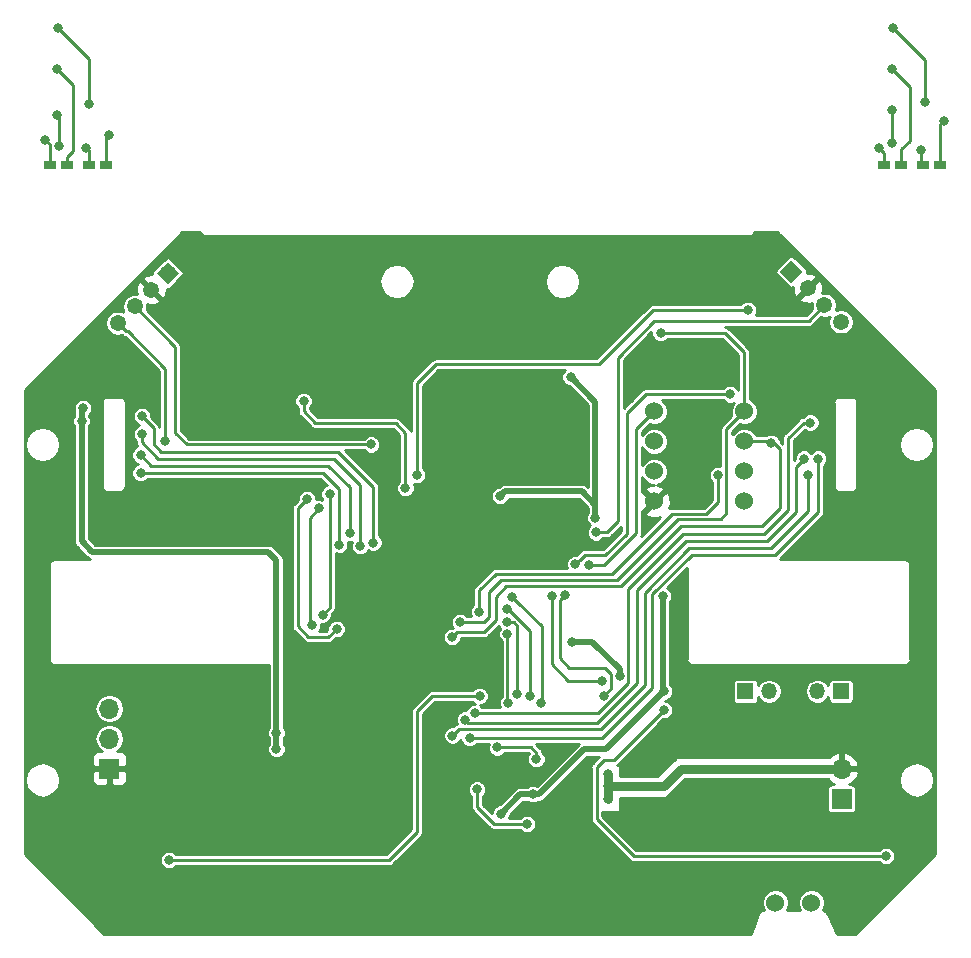
<source format=gbl>
G04 #@! TF.GenerationSoftware,KiCad,Pcbnew,(5.0.0)*
G04 #@! TF.CreationDate,2020-04-07T20:50:25+09:00*
G04 #@! TF.ProjectId,rokisi,726F6B6973692E6B696361645F706362,rev?*
G04 #@! TF.SameCoordinates,PX41cdb40PY30a32c0*
G04 #@! TF.FileFunction,Copper,L2,Bot,Signal*
G04 #@! TF.FilePolarity,Positive*
%FSLAX46Y46*%
G04 Gerber Fmt 4.6, Leading zero omitted, Abs format (unit mm)*
G04 Created by KiCad (PCBNEW (5.0.0)) date 04/07/20 20:50:25*
%MOMM*%
%LPD*%
G01*
G04 APERTURE LIST*
G04 #@! TA.AperFunction,ComponentPad*
%ADD10C,1.524000*%
G04 #@! TD*
G04 #@! TA.AperFunction,ComponentPad*
%ADD11R,1.700000X1.700000*%
G04 #@! TD*
G04 #@! TA.AperFunction,ComponentPad*
%ADD12O,1.700000X1.700000*%
G04 #@! TD*
G04 #@! TA.AperFunction,ComponentPad*
%ADD13O,1.350000X1.350000*%
G04 #@! TD*
G04 #@! TA.AperFunction,ComponentPad*
%ADD14R,1.350000X1.350000*%
G04 #@! TD*
G04 #@! TA.AperFunction,SMDPad,CuDef*
%ADD15R,1.000000X0.800000*%
G04 #@! TD*
G04 #@! TA.AperFunction,ComponentPad*
%ADD16C,1.350000*%
G04 #@! TD*
G04 #@! TA.AperFunction,Conductor*
%ADD17C,1.350000*%
G04 #@! TD*
G04 #@! TA.AperFunction,Conductor*
%ADD18C,0.100000*%
G04 #@! TD*
G04 #@! TA.AperFunction,ViaPad*
%ADD19C,0.800000*%
G04 #@! TD*
G04 #@! TA.AperFunction,Conductor*
%ADD20C,0.250000*%
G04 #@! TD*
G04 #@! TA.AperFunction,Conductor*
%ADD21C,0.800000*%
G04 #@! TD*
G04 #@! TA.AperFunction,Conductor*
%ADD22C,0.500000*%
G04 #@! TD*
G04 #@! TA.AperFunction,Conductor*
%ADD23C,0.200000*%
G04 #@! TD*
G04 #@! TA.AperFunction,Conductor*
%ADD24C,0.254000*%
G04 #@! TD*
G04 APERTURE END LIST*
D10*
G04 #@! TO.P,U12,1*
G04 #@! TO.N,+3V3*
X61400000Y-44920000D03*
G04 #@! TO.P,U12,2*
G04 #@! TO.N,gyro_clk*
X61400000Y-42380000D03*
G04 #@! TO.P,U12,3*
G04 #@! TO.N,gyro_mosi*
X61400000Y-39840000D03*
G04 #@! TO.P,U12,4*
G04 #@! TO.N,gyro_miso*
X61400000Y-37300000D03*
G04 #@! TO.P,U12,5*
G04 #@! TO.N,l3gd20_cs*
X53780000Y-37300000D03*
G04 #@! TO.P,U12,6*
G04 #@! TO.N,Net-(U12-Pad6)*
X53780000Y-39840000D03*
G04 #@! TO.P,U12,7*
G04 #@! TO.N,Net-(U12-Pad7)*
X53780000Y-42380000D03*
G04 #@! TO.P,U12,8*
G04 #@! TO.N,GND*
X53780000Y-44920000D03*
G04 #@! TD*
D11*
G04 #@! TO.P,CN1,1*
G04 #@! TO.N,Net-(CN1-Pad1)*
X69650000Y-70100000D03*
D12*
G04 #@! TO.P,CN1,2*
G04 #@! TO.N,GND*
X69650000Y-67560000D03*
G04 #@! TD*
D10*
G04 #@! TO.P,U1,*
G04 #@! TO.N,*
X67100000Y-78900000D03*
X64052000Y-78900000D03*
G04 #@! TD*
D13*
G04 #@! TO.P,CN2,2*
G04 #@! TO.N,AO2*
X67600000Y-61000000D03*
D14*
G04 #@! TO.P,CN2,1*
G04 #@! TO.N,AO1*
X69600000Y-61000000D03*
G04 #@! TD*
G04 #@! TO.P,CN3,1*
G04 #@! TO.N,BO1*
X61500000Y-61000000D03*
D13*
G04 #@! TO.P,CN3,2*
G04 #@! TO.N,BO2*
X63500000Y-61000000D03*
G04 #@! TD*
D15*
G04 #@! TO.P,J2,4*
G04 #@! TO.N,LEFT_MOSI*
X7400000Y-16400000D03*
G04 #@! TO.P,J2,3*
G04 #@! TO.N,LEFT_MISO*
X5900000Y-16400000D03*
G04 #@! TO.P,J2,2*
G04 #@! TO.N,LEFT_SCLK*
X4100000Y-16400000D03*
G04 #@! TO.P,J2,1*
G04 #@! TO.N,LEFT_CS*
X2600000Y-16400000D03*
G04 #@! TD*
G04 #@! TO.P,J5,1*
G04 #@! TO.N,RIGHT_CS*
X73200000Y-16400000D03*
G04 #@! TO.P,J5,2*
G04 #@! TO.N,RIGHT_SCLK*
X74700000Y-16400000D03*
G04 #@! TO.P,J5,3*
G04 #@! TO.N,RIGHT_MISO*
X76500000Y-16400000D03*
G04 #@! TO.P,J5,4*
G04 #@! TO.N,RIGHT_MOSI*
X78000000Y-16400000D03*
G04 #@! TD*
D16*
G04 #@! TO.P,J8,4*
G04 #@! TO.N,led_left*
X8371573Y-29828427D03*
D17*
G04 #@! TD*
G04 #@! TO.N,led_left*
G04 #@! TO.C,J8*
X8371573Y-29828427D02*
X8371573Y-29828427D01*
D16*
G04 #@! TO.P,J8,3*
G04 #@! TO.N,ad11*
X9785787Y-28414213D03*
D17*
G04 #@! TD*
G04 #@! TO.N,ad11*
G04 #@! TO.C,J8*
X9785787Y-28414213D02*
X9785787Y-28414213D01*
D16*
G04 #@! TO.P,J8,2*
G04 #@! TO.N,GND*
X11200000Y-27000000D03*
D17*
G04 #@! TD*
G04 #@! TO.N,GND*
G04 #@! TO.C,J8*
X11200000Y-27000000D02*
X11200000Y-27000000D01*
D16*
G04 #@! TO.P,J8,1*
G04 #@! TO.N,+3V3*
X12614214Y-25585786D03*
D18*
G04 #@! TD*
G04 #@! TO.N,+3V3*
G04 #@! TO.C,J8*
G36*
X11659620Y-25585786D02*
X12614214Y-24631192D01*
X13568808Y-25585786D01*
X12614214Y-26540380D01*
X11659620Y-25585786D01*
X11659620Y-25585786D01*
G37*
D16*
G04 #@! TO.P,J11,1*
G04 #@! TO.N,+3V3*
X65371573Y-25471573D03*
D18*
G04 #@! TD*
G04 #@! TO.N,+3V3*
G04 #@! TO.C,J11*
G36*
X65371573Y-26426167D02*
X64416979Y-25471573D01*
X65371573Y-24516979D01*
X66326167Y-25471573D01*
X65371573Y-26426167D01*
X65371573Y-26426167D01*
G37*
D16*
G04 #@! TO.P,J11,2*
G04 #@! TO.N,GND*
X66785787Y-26885787D03*
D17*
G04 #@! TD*
G04 #@! TO.N,GND*
G04 #@! TO.C,J11*
X66785787Y-26885787D02*
X66785787Y-26885787D01*
D16*
G04 #@! TO.P,J11,3*
G04 #@! TO.N,ad12*
X68200000Y-28300000D03*
D17*
G04 #@! TD*
G04 #@! TO.N,ad12*
G04 #@! TO.C,J11*
X68200000Y-28300000D02*
X68200000Y-28300000D01*
D16*
G04 #@! TO.P,J11,4*
G04 #@! TO.N,led_right*
X69614214Y-29714214D03*
D17*
G04 #@! TD*
G04 #@! TO.N,led_right*
G04 #@! TO.C,J11*
X69614214Y-29714214D02*
X69614214Y-29714214D01*
D11*
G04 #@! TO.P,J12,1*
G04 #@! TO.N,GND*
X7650000Y-67550000D03*
D12*
G04 #@! TO.P,J12,2*
G04 #@! TO.N,usart1_rx*
X7650000Y-65010000D03*
G04 #@! TO.P,J12,3*
G04 #@! TO.N,usart1_tx*
X7650000Y-62470000D03*
G04 #@! TD*
D19*
G04 #@! TO.N,GND*
X42795735Y-68812796D03*
X40400000Y-67150000D03*
X49900000Y-68000000D03*
X49900000Y-70100000D03*
X49900000Y-69050000D03*
X42850000Y-45200000D03*
X47600000Y-45500000D03*
X29600000Y-34400000D03*
X20400000Y-35000000D03*
X60100000Y-33800000D03*
X54800000Y-33500000D03*
X61600000Y-81000000D03*
X56800000Y-81100000D03*
X50600000Y-81100000D03*
X43600000Y-81100000D03*
X37300000Y-81000000D03*
X29500000Y-81000000D03*
X22100000Y-81000000D03*
X7900000Y-81000000D03*
X16500000Y-81000000D03*
X1000000Y-74600000D03*
X1600000Y-58300000D03*
X1400000Y-50900000D03*
X1200000Y-35800000D03*
X5900000Y-31100000D03*
X18100000Y-22800000D03*
X24200000Y-22800000D03*
X43000000Y-23000000D03*
X51900000Y-22800000D03*
X59900000Y-22900000D03*
X64200000Y-23000000D03*
X71600000Y-30400000D03*
X76800000Y-35500000D03*
X77100000Y-45500000D03*
X77200000Y-51100000D03*
X77100000Y-57500000D03*
X77200000Y-62500000D03*
X77000000Y-74300000D03*
X70500000Y-81100000D03*
X72000000Y-59100000D03*
X65600000Y-59100000D03*
X55900000Y-58400000D03*
X56000000Y-51700000D03*
X65600000Y-49300000D03*
X72300000Y-49200000D03*
X69900000Y-45000000D03*
X4700000Y-49400000D03*
X4200000Y-44300000D03*
X6700000Y-48000000D03*
X13700000Y-47900000D03*
X11800000Y-44800000D03*
X20400000Y-59700000D03*
X16000000Y-59600000D03*
X10100000Y-59500000D03*
X5600000Y-59300000D03*
X19700000Y-71100000D03*
X12700000Y-73400000D03*
X21600000Y-73300000D03*
X10400000Y-71200000D03*
X6700000Y-76800000D03*
X13700000Y-62400000D03*
X11600000Y-61700000D03*
X24800000Y-57600000D03*
X28600000Y-56000000D03*
X30900000Y-64700000D03*
X43700000Y-40700000D03*
X47700000Y-42000000D03*
X47600000Y-37100000D03*
X37100000Y-35400000D03*
X41400000Y-38500000D03*
X37200000Y-38400000D03*
X41400000Y-35500000D03*
X45100000Y-32100000D03*
X33900000Y-32600000D03*
X50600000Y-27800000D03*
X64500000Y-32400000D03*
X64600000Y-37900000D03*
X15000000Y-28600000D03*
X17900000Y-26800000D03*
X17000000Y-31000000D03*
X23200000Y-33400000D03*
X26000000Y-37200000D03*
X28700000Y-31400000D03*
X8900000Y-34800000D03*
X70300000Y-35300000D03*
X56100000Y-63100000D03*
X48900000Y-73300000D03*
X72900000Y-64500000D03*
X35800000Y-22900000D03*
G04 #@! TO.N,+3V3*
X43500000Y-69700000D03*
X40800000Y-71350000D03*
X40750000Y-44475000D03*
X48800000Y-46300000D03*
X54600000Y-61000000D03*
X46800000Y-56800000D03*
X50875000Y-59700000D03*
X54512653Y-52912653D03*
X46700000Y-34400000D03*
X21800000Y-65900000D03*
X21800000Y-64500000D03*
X5300000Y-38100000D03*
X5400000Y-37000000D03*
G04 #@! TO.N,Net-(C10-Pad2)*
X73400000Y-74950000D03*
X45100000Y-52925000D03*
X49400000Y-60100000D03*
X54600000Y-62600000D03*
G04 #@! TO.N,RIGHT_VDD*
X73900000Y-11800000D03*
X73900000Y-14600000D03*
G04 #@! TO.N,LEFT_VDD*
X3200000Y-12200000D03*
X3400000Y-14800000D03*
G04 #@! TO.N,LEFT_GND*
X3300000Y-4800000D03*
X5950000Y-11300000D03*
G04 #@! TO.N,LEFT_CS*
X2200000Y-14300000D03*
G04 #@! TO.N,LEFT_SCLK*
X3200000Y-8300000D03*
G04 #@! TO.N,LEFT_MISO*
X5700000Y-15000000D03*
G04 #@! TO.N,LEFT_MOSI*
X7600000Y-13900000D03*
G04 #@! TO.N,RIGHT_GND*
X74000000Y-4800000D03*
X76750000Y-11100000D03*
G04 #@! TO.N,RIGHT_MOSI*
X78300000Y-12700000D03*
G04 #@! TO.N,RIGHT_MISO*
X76400000Y-15200000D03*
G04 #@! TO.N,RIGHT_SCLK*
X73900000Y-8300000D03*
G04 #@! TO.N,RIGHT_CS*
X72787043Y-14995704D03*
G04 #@! TO.N,spi1_cs*
X66800000Y-42650000D03*
X36700000Y-64750000D03*
G04 #@! TO.N,spi1_clk*
X67650000Y-41300000D03*
X38150000Y-64950000D03*
G04 #@! TO.N,spi1_miso*
X66450000Y-41300000D03*
X37750000Y-63400000D03*
G04 #@! TO.N,spi1_mosi*
X67000000Y-38250000D03*
X38600000Y-62850000D03*
G04 #@! TO.N,ad11*
X29800000Y-40100000D03*
G04 #@! TO.N,led_left*
X12400000Y-39800000D03*
G04 #@! TO.N,spi2_mosi*
X27100000Y-48600000D03*
X10300000Y-42500000D03*
G04 #@! TO.N,spi2_miso*
X10300000Y-41000000D03*
X28000000Y-47600000D03*
G04 #@! TO.N,spi2_clk*
X28900000Y-48700000D03*
X10400000Y-39200000D03*
G04 #@! TO.N,spi2_cs*
X10400000Y-37700000D03*
X30000000Y-48400000D03*
G04 #@! TO.N,led_right*
X33700000Y-42700000D03*
X61700000Y-28700000D03*
X33700000Y-42700000D03*
G04 #@! TO.N,ad12*
X48850000Y-47550000D03*
G04 #@! TO.N,boot*
X12700000Y-75300000D03*
X39000000Y-61400000D03*
G04 #@! TO.N,batt_analog*
X46200000Y-52825000D03*
X49500000Y-61374694D03*
G04 #@! TO.N,pushsw1*
X32712653Y-43775000D03*
X24100000Y-36400000D03*
G04 #@! TO.N,fled_red*
X26900000Y-55700000D03*
X24400000Y-44700000D03*
G04 #@! TO.N,fled_blue*
X25700000Y-54500000D03*
X26300000Y-44300000D03*
G04 #@! TO.N,fled_green*
X25400000Y-45500000D03*
X24800000Y-55400000D03*
G04 #@! TO.N,pwmb*
X43800000Y-66750000D03*
X40500000Y-65750000D03*
G04 #@! TO.N,bin2*
X41750000Y-53000000D03*
X44200000Y-62000000D03*
G04 #@! TO.N,bin1*
X43250000Y-61400000D03*
X41350000Y-54050000D03*
G04 #@! TO.N,ain1*
X41342883Y-55156505D03*
X42202158Y-61225000D03*
G04 #@! TO.N,ain2*
X41400000Y-62000000D03*
X41362347Y-56162347D03*
G04 #@! TO.N,pwma*
X43000000Y-72250000D03*
X38800000Y-69300000D03*
G04 #@! TO.N,gyro_miso*
X37350000Y-55150000D03*
X54327827Y-30667778D03*
G04 #@! TO.N,mpu_cs*
X47100000Y-50250000D03*
X60200000Y-35850000D03*
G04 #@! TO.N,gyro_clk*
X38950000Y-54300000D03*
X59175000Y-42700000D03*
G04 #@! TO.N,gyro_mosi*
X36650000Y-56400000D03*
X63700000Y-40000000D03*
G04 #@! TO.N,l3gd20_cs*
X48250000Y-50300000D03*
G04 #@! TD*
D20*
G04 #@! TO.N,GND*
X42795735Y-68812796D02*
X41132939Y-67150000D01*
X41132939Y-67150000D02*
X40400000Y-67150000D01*
D21*
X49900000Y-68000000D02*
X49900000Y-70100000D01*
X49900000Y-69050000D02*
X54600000Y-69050000D01*
X56090000Y-67560000D02*
X69650000Y-67560000D01*
X54600000Y-69050000D02*
X56090000Y-67560000D01*
D20*
X43150000Y-45500000D02*
X42850000Y-45200000D01*
X47600000Y-45500000D02*
X43150000Y-45500000D01*
X29600000Y-34400000D02*
X21000000Y-34400000D01*
X21000000Y-34400000D02*
X20400000Y-35000000D01*
X19200000Y-35000000D02*
X11200000Y-27000000D01*
X20400000Y-35000000D02*
X19200000Y-35000000D01*
D22*
G04 #@! TO.N,+3V3*
X42450000Y-69700000D02*
X40800000Y-71350000D01*
X43500000Y-69700000D02*
X42450000Y-69700000D01*
X47865685Y-65900000D02*
X49700000Y-65900000D01*
X43500000Y-69700000D02*
X44065685Y-69700000D01*
X44065685Y-69700000D02*
X47865685Y-65900000D01*
X47365685Y-56800000D02*
X46800000Y-56800000D01*
X48540685Y-56800000D02*
X47365685Y-56800000D01*
X50875000Y-59134315D02*
X48540685Y-56800000D01*
X50875000Y-59700000D02*
X50875000Y-59134315D01*
X54512653Y-61087347D02*
X54400000Y-61200000D01*
X54512653Y-52912653D02*
X54512653Y-61087347D01*
X49700000Y-65900000D02*
X54400000Y-61200000D01*
X54400000Y-61200000D02*
X54600000Y-61000000D01*
X48800000Y-36500000D02*
X46700000Y-34400000D01*
X47675001Y-44075001D02*
X48800000Y-45200000D01*
X41149999Y-44075001D02*
X47675001Y-44075001D01*
X40750000Y-44475000D02*
X41149999Y-44075001D01*
X48800000Y-46300000D02*
X48800000Y-45200000D01*
X48800000Y-45200000D02*
X48800000Y-36500000D01*
X5300000Y-37100000D02*
X5400000Y-37000000D01*
X5300000Y-38100000D02*
X5300000Y-37100000D01*
X5300000Y-48300000D02*
X5300000Y-38100000D01*
X6200000Y-49200000D02*
X5300000Y-48300000D01*
X21100000Y-49200000D02*
X6200000Y-49200000D01*
X21800000Y-49900000D02*
X21100000Y-49200000D01*
X21800000Y-65900000D02*
X21800000Y-49900000D01*
D20*
G04 #@! TO.N,Net-(C10-Pad2)*
X46500000Y-60100000D02*
X49400000Y-60100000D01*
X45100000Y-58700000D02*
X46500000Y-60100000D01*
X45100000Y-52925000D02*
X45100000Y-58700000D01*
X48900000Y-71800000D02*
X48900000Y-67434315D01*
X52050000Y-74950000D02*
X48900000Y-71800000D01*
X73400000Y-74950000D02*
X52050000Y-74950000D01*
X49534315Y-66800000D02*
X49200000Y-67134315D01*
X49200000Y-67134315D02*
X48900000Y-67434315D01*
X50400000Y-66800000D02*
X54600000Y-62600000D01*
X49534315Y-66800000D02*
X50400000Y-66800000D01*
G04 #@! TO.N,RIGHT_VDD*
X73900000Y-11800000D02*
X73900000Y-14600000D01*
G04 #@! TO.N,LEFT_VDD*
X3400000Y-12400000D02*
X3200000Y-12200000D01*
X3400000Y-14800000D02*
X3400000Y-12400000D01*
G04 #@! TO.N,LEFT_GND*
X5950000Y-7450000D02*
X5950000Y-11300000D01*
X3300000Y-4800000D02*
X5950000Y-7450000D01*
G04 #@! TO.N,LEFT_CS*
X2600000Y-14700000D02*
X2200000Y-14300000D01*
X2600000Y-16400000D02*
X2600000Y-14700000D01*
G04 #@! TO.N,LEFT_SCLK*
X4100000Y-15750000D02*
X4600000Y-15250000D01*
X4100000Y-16400000D02*
X4100000Y-15750000D01*
X4600000Y-9700000D02*
X3200000Y-8300000D01*
X4600000Y-15250000D02*
X4600000Y-9700000D01*
G04 #@! TO.N,LEFT_MISO*
X5900000Y-15200000D02*
X5700000Y-15000000D01*
X5900000Y-16400000D02*
X5900000Y-15200000D01*
G04 #@! TO.N,LEFT_MOSI*
X7400000Y-16400000D02*
X7400000Y-15750000D01*
X7400000Y-15750000D02*
X7400000Y-14100000D01*
X7400000Y-14100000D02*
X7600000Y-13900000D01*
G04 #@! TO.N,RIGHT_GND*
X76750000Y-7550000D02*
X76750000Y-11100000D01*
X74000000Y-4800000D02*
X76750000Y-7550000D01*
G04 #@! TO.N,RIGHT_MOSI*
X78000000Y-16400000D02*
X78000000Y-13000000D01*
X78000000Y-13000000D02*
X78300000Y-12700000D01*
G04 #@! TO.N,RIGHT_MISO*
X76400000Y-16300000D02*
X76500000Y-16400000D01*
X76400000Y-15200000D02*
X76400000Y-16300000D01*
G04 #@! TO.N,RIGHT_SCLK*
X73900000Y-8300000D02*
X75400000Y-9800000D01*
X75400000Y-9800000D02*
X75400000Y-14400000D01*
X74700000Y-15100000D02*
X74700000Y-16400000D01*
X75400000Y-14400000D02*
X74700000Y-15100000D01*
G04 #@! TO.N,RIGHT_CS*
X73200000Y-15408661D02*
X72787043Y-14995704D01*
X73200000Y-16400000D02*
X73200000Y-15408661D01*
G04 #@! TO.N,spi1_cs*
X63650000Y-48900000D02*
X66800000Y-45750000D01*
X36700000Y-64750000D02*
X37225001Y-64224999D01*
X66800000Y-45750000D02*
X66800000Y-42650000D01*
X37225001Y-64224999D02*
X49275001Y-64224999D01*
X49275001Y-64224999D02*
X53000000Y-60500000D01*
X53000000Y-60500000D02*
X53000000Y-52650000D01*
X53000000Y-52650000D02*
X56750000Y-48900000D01*
X56750000Y-48900000D02*
X63650000Y-48900000D01*
G04 #@! TO.N,spi1_clk*
X49400000Y-64950000D02*
X38150000Y-64950000D01*
X67650000Y-41300000D02*
X67650000Y-45850000D01*
X67650000Y-45850000D02*
X64050000Y-49450000D01*
X56950000Y-49450000D02*
X53600000Y-52800000D01*
X64050000Y-49450000D02*
X56950000Y-49450000D01*
X53600000Y-52800000D02*
X53600000Y-60750000D01*
X53600000Y-60750000D02*
X49400000Y-64950000D01*
G04 #@! TO.N,spi1_miso*
X48950000Y-63650000D02*
X38000000Y-63650000D01*
X52300000Y-60300000D02*
X48950000Y-63650000D01*
X66450000Y-41300000D02*
X65750000Y-42000000D01*
X65750000Y-42000000D02*
X65750000Y-45850000D01*
X65750000Y-45850000D02*
X63350000Y-48250000D01*
X38000000Y-63650000D02*
X37750000Y-63400000D01*
X63350000Y-48250000D02*
X56500000Y-48250000D01*
X56500000Y-48250000D02*
X52300000Y-52450000D01*
X52300000Y-52450000D02*
X52300000Y-60300000D01*
G04 #@! TO.N,spi1_mosi*
X65150000Y-39534315D02*
X66434315Y-38250000D01*
X65150000Y-45650000D02*
X65150000Y-39534315D01*
X38600000Y-62850000D02*
X49050000Y-62850000D01*
X49050000Y-62850000D02*
X51600000Y-60300000D01*
X51600000Y-52300000D02*
X56200000Y-47700000D01*
X66434315Y-38250000D02*
X67000000Y-38250000D01*
X56200000Y-47700000D02*
X63100000Y-47700000D01*
X51600000Y-60300000D02*
X51600000Y-52300000D01*
X63100000Y-47700000D02*
X65150000Y-45650000D01*
G04 #@! TO.N,ad11*
X13200000Y-31828426D02*
X9785787Y-28414213D01*
X13200000Y-39100000D02*
X13200000Y-31828426D01*
X14200000Y-40100000D02*
X13200000Y-39100000D01*
X27200000Y-40100000D02*
X29800000Y-40100000D01*
X27200000Y-40100000D02*
X14200000Y-40100000D01*
G04 #@! TO.N,led_left*
X9046572Y-30503426D02*
X9203426Y-30503426D01*
X8371573Y-29828427D02*
X9046572Y-30503426D01*
X9203426Y-30503426D02*
X12400000Y-33700000D01*
X12400000Y-33700000D02*
X12400000Y-39800000D01*
G04 #@! TO.N,spi2_mosi*
X27100000Y-48600000D02*
X27100000Y-48034315D01*
X27100000Y-48034315D02*
X27100000Y-43900000D01*
X27100000Y-43900000D02*
X25700000Y-42500000D01*
X25700000Y-42500000D02*
X10300000Y-42500000D01*
G04 #@! TO.N,spi2_miso*
X28000000Y-43700000D02*
X28000000Y-47600000D01*
X26200000Y-41900000D02*
X28000000Y-43700000D01*
X11200000Y-41900000D02*
X26200000Y-41900000D01*
X10300000Y-41000000D02*
X11200000Y-41900000D01*
G04 #@! TO.N,spi2_clk*
X28900000Y-48134315D02*
X28900000Y-48700000D01*
X28900000Y-43500000D02*
X28900000Y-48134315D01*
X26700000Y-41300000D02*
X28900000Y-43500000D01*
X11800000Y-41300000D02*
X26700000Y-41300000D01*
X10400000Y-39900000D02*
X11800000Y-41300000D01*
X10400000Y-39200000D02*
X10400000Y-39900000D01*
G04 #@! TO.N,spi2_cs*
X30000000Y-43700000D02*
X30000000Y-48400000D01*
X27000000Y-40700000D02*
X30000000Y-43700000D01*
X12000000Y-40700000D02*
X27000000Y-40700000D01*
X11400000Y-40100000D02*
X12000000Y-40700000D01*
X11400000Y-38700000D02*
X11400000Y-40100000D01*
X10400000Y-37700000D02*
X11400000Y-38700000D01*
G04 #@! TO.N,led_right*
X33700000Y-34900000D02*
X35300000Y-33300000D01*
X35300000Y-33300000D02*
X49100000Y-33300000D01*
X49100000Y-33300000D02*
X53700000Y-28700000D01*
X53700000Y-28700000D02*
X61700000Y-28700000D01*
X33700000Y-40500000D02*
X33700000Y-42700000D01*
X33700000Y-40500000D02*
X33700000Y-34900000D01*
G04 #@! TO.N,ad12*
X49750000Y-47550000D02*
X48850000Y-47550000D01*
X50700000Y-46600000D02*
X49750000Y-47550000D01*
X50700000Y-32750000D02*
X50700000Y-46600000D01*
X53800000Y-29650000D02*
X50700000Y-32750000D01*
X66850000Y-29650000D02*
X53800000Y-29650000D01*
X68200000Y-28300000D02*
X66850000Y-29650000D01*
G04 #@! TO.N,boot*
X12700000Y-75300000D02*
X31300000Y-75300000D01*
X31300000Y-75300000D02*
X33700000Y-72900000D01*
X33700000Y-72900000D02*
X33700000Y-62700000D01*
X33700000Y-62700000D02*
X35000000Y-61400000D01*
X35000000Y-61400000D02*
X39000000Y-61400000D01*
G04 #@! TO.N,batt_analog*
X50125001Y-59525001D02*
X49600000Y-59000000D01*
X49600000Y-59000000D02*
X46600000Y-59000000D01*
X46600000Y-59000000D02*
X45800000Y-58200000D01*
X45800001Y-53224999D02*
X46200000Y-52825000D01*
X45800000Y-58200000D02*
X45800001Y-53224999D01*
X50125001Y-60749693D02*
X50125001Y-59900000D01*
X50125001Y-59900000D02*
X50125001Y-59525001D01*
X49500000Y-61374694D02*
X50125001Y-60749693D01*
G04 #@! TO.N,pushsw1*
X32712653Y-42200000D02*
X32712653Y-39112653D01*
X32712653Y-43775000D02*
X32712653Y-42200000D01*
X32712653Y-39112653D02*
X31900000Y-38300000D01*
X31900000Y-38300000D02*
X25100000Y-38300000D01*
X25100000Y-38300000D02*
X24100000Y-37300000D01*
X24100000Y-37300000D02*
X24100000Y-36400000D01*
G04 #@! TO.N,fled_red*
X26900000Y-55700000D02*
X26200000Y-56400000D01*
X26200000Y-56400000D02*
X24500000Y-56400000D01*
X24500000Y-56400000D02*
X23600000Y-55500000D01*
X23600000Y-55500000D02*
X23600000Y-45500000D01*
X23600000Y-45500000D02*
X24400000Y-44700000D01*
G04 #@! TO.N,fled_blue*
X25700000Y-54500000D02*
X26300000Y-53900000D01*
X26300000Y-53900000D02*
X26300000Y-44300000D01*
G04 #@! TO.N,fled_green*
X25400000Y-45500000D02*
X24600000Y-46300000D01*
X24600000Y-46300000D02*
X24600000Y-55200000D01*
X24600000Y-55200000D02*
X24800000Y-55400000D01*
G04 #@! TO.N,pwmb*
X41065685Y-65750000D02*
X40500000Y-65750000D01*
X43365685Y-65750000D02*
X41065685Y-65750000D01*
X43800000Y-66184315D02*
X43365685Y-65750000D01*
X43800000Y-66750000D02*
X43800000Y-66184315D01*
G04 #@! TO.N,bin2*
X41750000Y-53000000D02*
X42149999Y-53399999D01*
X42149999Y-53399999D02*
X44250000Y-55500000D01*
X44250000Y-55500000D02*
X44250000Y-61950000D01*
X44250000Y-61950000D02*
X44200000Y-62000000D01*
G04 #@! TO.N,bin1*
X41438473Y-54050000D02*
X41350000Y-54050000D01*
X43250000Y-61400000D02*
X43250000Y-55861527D01*
X43250000Y-55861527D02*
X41438473Y-54050000D01*
G04 #@! TO.N,ain1*
X41908568Y-55156505D02*
X42200000Y-55447937D01*
X41342883Y-55156505D02*
X41908568Y-55156505D01*
X42200000Y-61222842D02*
X42202158Y-61225000D01*
X42200000Y-57250000D02*
X42200000Y-61222842D01*
X42200000Y-55447937D02*
X42200000Y-57250000D01*
G04 #@! TO.N,ain2*
X41362347Y-61962347D02*
X41400000Y-62000000D01*
X41362347Y-56162347D02*
X41362347Y-61962347D01*
G04 #@! TO.N,pwma*
X40250000Y-72250000D02*
X38800000Y-70800000D01*
X43000000Y-72250000D02*
X40250000Y-72250000D01*
X38800000Y-69300000D02*
X38800000Y-70800000D01*
G04 #@! TO.N,gyro_miso*
X59900000Y-38800000D02*
X61400000Y-37300000D01*
X59400000Y-46400000D02*
X59900000Y-45900000D01*
X59900000Y-45900000D02*
X59900000Y-38800000D01*
X55800000Y-46400000D02*
X59400000Y-46400000D01*
X37350000Y-55150000D02*
X39350000Y-55150000D01*
X39800000Y-54700000D02*
X39800000Y-52600000D01*
X39800000Y-52600000D02*
X40800000Y-51600000D01*
X39350000Y-55150000D02*
X39800000Y-54700000D01*
X40800000Y-51600000D02*
X50600000Y-51600000D01*
X50600000Y-51600000D02*
X55800000Y-46400000D01*
X61400000Y-37300000D02*
X61400000Y-32300000D01*
X59767778Y-30667778D02*
X54327827Y-30667778D01*
X61400000Y-32300000D02*
X59767778Y-30667778D01*
G04 #@! TO.N,mpu_cs*
X47100000Y-50250000D02*
X47499999Y-49850001D01*
X47499999Y-49850001D02*
X47900000Y-49450000D01*
X47900000Y-49450000D02*
X48900000Y-49450000D01*
X48900000Y-49450000D02*
X49450000Y-49450000D01*
X51450000Y-47650000D02*
X51450000Y-37450000D01*
X49650000Y-49450000D02*
X51450000Y-47650000D01*
X48900000Y-49450000D02*
X49650000Y-49450000D01*
D23*
X53050000Y-35850000D02*
X52400000Y-36500000D01*
D20*
X53050000Y-35850000D02*
X52100000Y-36800000D01*
X51450000Y-37450000D02*
X52100000Y-36800000D01*
X52100000Y-36800000D02*
X52400000Y-36500000D01*
X53050000Y-35850000D02*
X51450000Y-37450000D01*
X60200000Y-35850000D02*
X53050000Y-35850000D01*
G04 #@! TO.N,gyro_clk*
X40350000Y-51050000D02*
X50200000Y-51050000D01*
X38950000Y-52450000D02*
X40350000Y-51050000D01*
X38950000Y-54300000D02*
X38950000Y-52450000D01*
X50200000Y-51050000D02*
X55300000Y-45950000D01*
X55300000Y-45950000D02*
X58200000Y-45950000D01*
X59175000Y-44975000D02*
X59175000Y-42700000D01*
X58200000Y-45950000D02*
X59175000Y-44975000D01*
G04 #@! TO.N,gyro_mosi*
X64400000Y-40500000D02*
X63740000Y-39840000D01*
X56050000Y-47000000D02*
X62900000Y-47000000D01*
X50950000Y-52100000D02*
X56050000Y-47000000D01*
X36650000Y-56400000D02*
X37049999Y-56000001D01*
X37049999Y-56000001D02*
X39349999Y-56000001D01*
X62900000Y-47000000D02*
X64400000Y-45500000D01*
X39349999Y-56000001D02*
X40350000Y-55000000D01*
X40350000Y-55000000D02*
X40350000Y-53000000D01*
X40350000Y-53000000D02*
X41250000Y-52100000D01*
X41250000Y-52100000D02*
X50950000Y-52100000D01*
X64400000Y-45500000D02*
X64400000Y-40650000D01*
X64400000Y-40650000D02*
X64400000Y-40500000D01*
D23*
X63540000Y-39840000D02*
X63300000Y-39840000D01*
X63700000Y-40000000D02*
X63540000Y-39840000D01*
D20*
X63740000Y-39840000D02*
X63300000Y-39840000D01*
X63300000Y-39840000D02*
X61400000Y-39840000D01*
G04 #@! TO.N,l3gd20_cs*
X49550000Y-50300000D02*
X52250000Y-47600000D01*
X48250000Y-50300000D02*
X49550000Y-50300000D01*
X52250000Y-38830000D02*
X53780000Y-37300000D01*
X52250000Y-41750000D02*
X52250000Y-38830000D01*
X52250000Y-41750000D02*
X52250000Y-41600000D01*
X52250000Y-47600000D02*
X52250000Y-41750000D01*
G04 #@! TD*
D24*
G04 #@! TO.N,GND*
G36*
X15355923Y-22187677D02*
X15462234Y-22346781D01*
X15621338Y-22453092D01*
X15761642Y-22481000D01*
X15809015Y-22490423D01*
X15856388Y-22481000D01*
X61761642Y-22481000D01*
X61809015Y-22490423D01*
X61996692Y-22453092D01*
X62155796Y-22346781D01*
X62262107Y-22187677D01*
X62274176Y-22127000D01*
X64242305Y-22127000D01*
X64254374Y-22187676D01*
X64360685Y-22346781D01*
X64400846Y-22373616D01*
X77519001Y-35491772D01*
X77519000Y-74800763D01*
X70800764Y-81519000D01*
X69297274Y-81519000D01*
X68459141Y-79842736D01*
X68453092Y-79812323D01*
X68416712Y-79757877D01*
X68409033Y-79742519D01*
X68390455Y-79718581D01*
X68346781Y-79653219D01*
X68332131Y-79643430D01*
X68321326Y-79629508D01*
X68253041Y-79590583D01*
X68187677Y-79546908D01*
X68170390Y-79543469D01*
X68155085Y-79534745D01*
X68078266Y-79525061D01*
X68243000Y-79127357D01*
X68243000Y-78672643D01*
X68068989Y-78252542D01*
X67747458Y-77931011D01*
X67327357Y-77757000D01*
X66872643Y-77757000D01*
X66452542Y-77931011D01*
X66131011Y-78252542D01*
X65957000Y-78672643D01*
X65957000Y-79127357D01*
X66119223Y-79519000D01*
X65032777Y-79519000D01*
X65195000Y-79127357D01*
X65195000Y-78672643D01*
X65020989Y-78252542D01*
X64699458Y-77931011D01*
X64279357Y-77757000D01*
X63824643Y-77757000D01*
X63404542Y-77931011D01*
X63083011Y-78252542D01*
X62909000Y-78672643D01*
X62909000Y-79127357D01*
X63071223Y-79519000D01*
X63033796Y-79519000D01*
X62972538Y-79510347D01*
X62892957Y-79530869D01*
X62812323Y-79546908D01*
X62800735Y-79554651D01*
X62787247Y-79558129D01*
X62721568Y-79607549D01*
X62653219Y-79653219D01*
X62645479Y-79664802D01*
X62634344Y-79673181D01*
X62592572Y-79743983D01*
X62546908Y-79812323D01*
X62534838Y-79873003D01*
X61958740Y-81519000D01*
X7199237Y-81519000D01*
X824886Y-75144649D01*
X11919000Y-75144649D01*
X11919000Y-75455351D01*
X12037900Y-75742401D01*
X12257599Y-75962100D01*
X12544649Y-76081000D01*
X12855351Y-76081000D01*
X13142401Y-75962100D01*
X13298501Y-75806000D01*
X31250166Y-75806000D01*
X31300000Y-75815913D01*
X31349834Y-75806000D01*
X31349835Y-75806000D01*
X31497431Y-75776641D01*
X31664806Y-75664806D01*
X31693038Y-75622553D01*
X34022559Y-73293034D01*
X34064806Y-73264806D01*
X34176641Y-73097431D01*
X34206000Y-72949835D01*
X34206000Y-72949834D01*
X34215913Y-72900000D01*
X34206000Y-72850165D01*
X34206000Y-62909591D01*
X35209592Y-61906000D01*
X38401499Y-61906000D01*
X38557599Y-62062100D01*
X38574257Y-62069000D01*
X38444649Y-62069000D01*
X38157599Y-62187900D01*
X37937900Y-62407599D01*
X37850335Y-62619000D01*
X37594649Y-62619000D01*
X37307599Y-62737900D01*
X37087900Y-62957599D01*
X36969000Y-63244649D01*
X36969000Y-63555351D01*
X37047319Y-63744430D01*
X37027570Y-63748358D01*
X36860195Y-63860193D01*
X36831966Y-63902441D01*
X36765407Y-63969000D01*
X36544649Y-63969000D01*
X36257599Y-64087900D01*
X36037900Y-64307599D01*
X35919000Y-64594649D01*
X35919000Y-64905351D01*
X36037900Y-65192401D01*
X36257599Y-65412100D01*
X36544649Y-65531000D01*
X36855351Y-65531000D01*
X37142401Y-65412100D01*
X37362100Y-65192401D01*
X37383579Y-65140547D01*
X37487900Y-65392401D01*
X37707599Y-65612100D01*
X37994649Y-65731000D01*
X38305351Y-65731000D01*
X38592401Y-65612100D01*
X38748501Y-65456000D01*
X39776430Y-65456000D01*
X39719000Y-65594649D01*
X39719000Y-65905351D01*
X39837900Y-66192401D01*
X40057599Y-66412100D01*
X40344649Y-66531000D01*
X40655351Y-66531000D01*
X40942401Y-66412100D01*
X41098501Y-66256000D01*
X43156094Y-66256000D01*
X43172796Y-66272703D01*
X43137900Y-66307599D01*
X43019000Y-66594649D01*
X43019000Y-66905351D01*
X43137900Y-67192401D01*
X43357599Y-67412100D01*
X43644649Y-67531000D01*
X43955351Y-67531000D01*
X44242401Y-67412100D01*
X44462100Y-67192401D01*
X44581000Y-66905351D01*
X44581000Y-66594649D01*
X44462100Y-66307599D01*
X44310226Y-66155725D01*
X44302824Y-66118514D01*
X44276641Y-65986884D01*
X44164806Y-65819509D01*
X44122555Y-65791278D01*
X43787276Y-65456000D01*
X47403459Y-65456000D01*
X47375552Y-65497765D01*
X43866752Y-69006565D01*
X43655351Y-68919000D01*
X43344649Y-68919000D01*
X43057599Y-69037900D01*
X43026499Y-69069000D01*
X42512146Y-69069000D01*
X42449999Y-69056638D01*
X42387852Y-69069000D01*
X42203796Y-69105611D01*
X41995074Y-69245074D01*
X41959870Y-69297761D01*
X40688632Y-70569000D01*
X40644649Y-70569000D01*
X40357599Y-70687900D01*
X40137900Y-70907599D01*
X40019000Y-71194649D01*
X40019000Y-71303408D01*
X39306000Y-70590409D01*
X39306000Y-69898501D01*
X39462100Y-69742401D01*
X39581000Y-69455351D01*
X39581000Y-69144649D01*
X39462100Y-68857599D01*
X39242401Y-68637900D01*
X38955351Y-68519000D01*
X38644649Y-68519000D01*
X38357599Y-68637900D01*
X38137900Y-68857599D01*
X38019000Y-69144649D01*
X38019000Y-69455351D01*
X38137900Y-69742401D01*
X38294000Y-69898501D01*
X38294001Y-70750161D01*
X38284087Y-70800000D01*
X38305491Y-70907599D01*
X38323360Y-70997431D01*
X38435195Y-71164806D01*
X38477445Y-71193036D01*
X39856963Y-72572555D01*
X39885194Y-72614806D01*
X39997781Y-72690033D01*
X40052568Y-72726641D01*
X40250000Y-72765913D01*
X40299835Y-72756000D01*
X42401499Y-72756000D01*
X42557599Y-72912100D01*
X42844649Y-73031000D01*
X43155351Y-73031000D01*
X43442401Y-72912100D01*
X43662100Y-72692401D01*
X43781000Y-72405351D01*
X43781000Y-72094649D01*
X43662100Y-71807599D01*
X43442401Y-71587900D01*
X43155351Y-71469000D01*
X42844649Y-71469000D01*
X42557599Y-71587900D01*
X42401499Y-71744000D01*
X41482148Y-71744000D01*
X41581000Y-71505351D01*
X41581000Y-71461368D01*
X42711369Y-70331000D01*
X43026499Y-70331000D01*
X43057599Y-70362100D01*
X43344649Y-70481000D01*
X43655351Y-70481000D01*
X43942401Y-70362100D01*
X43973501Y-70331000D01*
X44003537Y-70331000D01*
X44065685Y-70343362D01*
X44127833Y-70331000D01*
X44311889Y-70294389D01*
X44520611Y-70154926D01*
X44555818Y-70102235D01*
X48127053Y-66531000D01*
X49087723Y-66531000D01*
X48877442Y-66741281D01*
X48877443Y-66741281D01*
X48577446Y-67041278D01*
X48535195Y-67069509D01*
X48453082Y-67192401D01*
X48423360Y-67236884D01*
X48384087Y-67434315D01*
X48394001Y-67484154D01*
X48394000Y-71750166D01*
X48384087Y-71800000D01*
X48394000Y-71849834D01*
X48423359Y-71997430D01*
X48535194Y-72164806D01*
X48577448Y-72193039D01*
X51656963Y-75272555D01*
X51685194Y-75314806D01*
X51797781Y-75390033D01*
X51852568Y-75426641D01*
X52050000Y-75465913D01*
X52099835Y-75456000D01*
X72801499Y-75456000D01*
X72957599Y-75612100D01*
X73244649Y-75731000D01*
X73555351Y-75731000D01*
X73842401Y-75612100D01*
X74062100Y-75392401D01*
X74181000Y-75105351D01*
X74181000Y-74794649D01*
X74062100Y-74507599D01*
X73842401Y-74287900D01*
X73555351Y-74169000D01*
X73244649Y-74169000D01*
X72957599Y-74287900D01*
X72801499Y-74444000D01*
X52259592Y-74444000D01*
X49406000Y-71590409D01*
X49406000Y-71227000D01*
X50800000Y-71227000D01*
X50848601Y-71217333D01*
X50889803Y-71189803D01*
X50917333Y-71148601D01*
X50927000Y-71100000D01*
X50927000Y-70027000D01*
X54700000Y-70027000D01*
X54748601Y-70017333D01*
X54789803Y-69989803D01*
X56352606Y-68427000D01*
X68469558Y-68427000D01*
X68768642Y-68755183D01*
X68995105Y-68861536D01*
X68800000Y-68861536D01*
X68651341Y-68891106D01*
X68525314Y-68975314D01*
X68441106Y-69101341D01*
X68411536Y-69250000D01*
X68411536Y-70950000D01*
X68441106Y-71098659D01*
X68525314Y-71224686D01*
X68651341Y-71308894D01*
X68800000Y-71338464D01*
X70500000Y-71338464D01*
X70648659Y-71308894D01*
X70774686Y-71224686D01*
X70858894Y-71098659D01*
X70888464Y-70950000D01*
X70888464Y-69250000D01*
X70858894Y-69101341D01*
X70774686Y-68975314D01*
X70648659Y-68891106D01*
X70500000Y-68861536D01*
X70304895Y-68861536D01*
X70531358Y-68755183D01*
X70763914Y-68500000D01*
X74499000Y-68500000D01*
X74613257Y-69074408D01*
X74938633Y-69561367D01*
X75425592Y-69886743D01*
X76000000Y-70001000D01*
X76574408Y-69886743D01*
X77061367Y-69561367D01*
X77386743Y-69074408D01*
X77501000Y-68500000D01*
X77386743Y-67925592D01*
X77061367Y-67438633D01*
X76574408Y-67113257D01*
X76000000Y-66999000D01*
X75425592Y-67113257D01*
X74938633Y-67438633D01*
X74613257Y-67925592D01*
X74499000Y-68500000D01*
X70763914Y-68500000D01*
X70921645Y-68326924D01*
X71091476Y-67916890D01*
X70970155Y-67687000D01*
X69777000Y-67687000D01*
X69777000Y-67707000D01*
X69523000Y-67707000D01*
X69523000Y-67687000D01*
X69503000Y-67687000D01*
X69503000Y-67433000D01*
X69523000Y-67433000D01*
X69523000Y-66239181D01*
X69777000Y-66239181D01*
X69777000Y-67433000D01*
X70970155Y-67433000D01*
X71091476Y-67203110D01*
X70921645Y-66793076D01*
X70531358Y-66364817D01*
X70006892Y-66118514D01*
X69777000Y-66239181D01*
X69523000Y-66239181D01*
X69293108Y-66118514D01*
X68768642Y-66364817D01*
X68578918Y-66573000D01*
X55700000Y-66573000D01*
X55651399Y-66582667D01*
X55610197Y-66610197D01*
X54047394Y-68173000D01*
X50927000Y-68173000D01*
X50927000Y-67400000D01*
X50917333Y-67351399D01*
X50889803Y-67310197D01*
X50848601Y-67282667D01*
X50800000Y-67273000D01*
X50602880Y-67273000D01*
X50764806Y-67164806D01*
X50793039Y-67122552D01*
X54534592Y-63381000D01*
X54755351Y-63381000D01*
X55042401Y-63262100D01*
X55262100Y-63042401D01*
X55381000Y-62755351D01*
X55381000Y-62444649D01*
X55262100Y-62157599D01*
X55042401Y-61937900D01*
X54755351Y-61819000D01*
X54673368Y-61819000D01*
X54711368Y-61781000D01*
X54755351Y-61781000D01*
X55042401Y-61662100D01*
X55262100Y-61442401D01*
X55381000Y-61155351D01*
X55381000Y-60844649D01*
X55262100Y-60557599D01*
X55143653Y-60439152D01*
X55143653Y-60325000D01*
X60436536Y-60325000D01*
X60436536Y-61675000D01*
X60466106Y-61823659D01*
X60550314Y-61949686D01*
X60676341Y-62033894D01*
X60825000Y-62063464D01*
X62175000Y-62063464D01*
X62323659Y-62033894D01*
X62449686Y-61949686D01*
X62533894Y-61823659D01*
X62563464Y-61675000D01*
X62563464Y-61499124D01*
X62738667Y-61761333D01*
X63087969Y-61994730D01*
X63395994Y-62056000D01*
X63604006Y-62056000D01*
X63912031Y-61994730D01*
X64261333Y-61761333D01*
X64494730Y-61412031D01*
X64576688Y-61000000D01*
X66523312Y-61000000D01*
X66605270Y-61412031D01*
X66838667Y-61761333D01*
X67187969Y-61994730D01*
X67495994Y-62056000D01*
X67704006Y-62056000D01*
X68012031Y-61994730D01*
X68361333Y-61761333D01*
X68536536Y-61499124D01*
X68536536Y-61675000D01*
X68566106Y-61823659D01*
X68650314Y-61949686D01*
X68776341Y-62033894D01*
X68925000Y-62063464D01*
X70275000Y-62063464D01*
X70423659Y-62033894D01*
X70549686Y-61949686D01*
X70633894Y-61823659D01*
X70663464Y-61675000D01*
X70663464Y-60325000D01*
X70633894Y-60176341D01*
X70549686Y-60050314D01*
X70423659Y-59966106D01*
X70275000Y-59936536D01*
X68925000Y-59936536D01*
X68776341Y-59966106D01*
X68650314Y-60050314D01*
X68566106Y-60176341D01*
X68536536Y-60325000D01*
X68536536Y-60500876D01*
X68361333Y-60238667D01*
X68012031Y-60005270D01*
X67704006Y-59944000D01*
X67495994Y-59944000D01*
X67187969Y-60005270D01*
X66838667Y-60238667D01*
X66605270Y-60587969D01*
X66523312Y-61000000D01*
X64576688Y-61000000D01*
X64494730Y-60587969D01*
X64261333Y-60238667D01*
X63912031Y-60005270D01*
X63604006Y-59944000D01*
X63395994Y-59944000D01*
X63087969Y-60005270D01*
X62738667Y-60238667D01*
X62563464Y-60500876D01*
X62563464Y-60325000D01*
X62533894Y-60176341D01*
X62449686Y-60050314D01*
X62323659Y-59966106D01*
X62175000Y-59936536D01*
X60825000Y-59936536D01*
X60676341Y-59966106D01*
X60550314Y-60050314D01*
X60466106Y-60176341D01*
X60436536Y-60325000D01*
X55143653Y-60325000D01*
X55143653Y-53386154D01*
X55174753Y-53355054D01*
X55293653Y-53068004D01*
X55293653Y-52757302D01*
X55174753Y-52470252D01*
X54955054Y-52250553D01*
X54891403Y-52224188D01*
X56519000Y-50596592D01*
X56519001Y-58245156D01*
X56509577Y-58292534D01*
X56546908Y-58480211D01*
X56653219Y-58639315D01*
X56812323Y-58745626D01*
X56952627Y-58773534D01*
X57000000Y-58782957D01*
X57047373Y-58773534D01*
X74952627Y-58773534D01*
X75000000Y-58782957D01*
X75047373Y-58773534D01*
X75187677Y-58745626D01*
X75346781Y-58639315D01*
X75453092Y-58480211D01*
X75490423Y-58292534D01*
X75481000Y-58245161D01*
X75481000Y-50339907D01*
X75490423Y-50292534D01*
X75453092Y-50104857D01*
X75346781Y-49945753D01*
X75187677Y-49839442D01*
X75047373Y-49811534D01*
X75000000Y-49802111D01*
X74952627Y-49811534D01*
X64416992Y-49811534D01*
X64443039Y-49772552D01*
X67972555Y-46243037D01*
X68014806Y-46214806D01*
X68093232Y-46097432D01*
X68126641Y-46047432D01*
X68165913Y-45850000D01*
X68156000Y-45800165D01*
X68156000Y-41898501D01*
X68312100Y-41742401D01*
X68431000Y-41455351D01*
X68431000Y-41144649D01*
X68312100Y-40857599D01*
X68092401Y-40637900D01*
X67805351Y-40519000D01*
X67494649Y-40519000D01*
X67207599Y-40637900D01*
X67050000Y-40795499D01*
X66892401Y-40637900D01*
X66605351Y-40519000D01*
X66294649Y-40519000D01*
X66007599Y-40637900D01*
X65787900Y-40857599D01*
X65669000Y-41144649D01*
X65669000Y-41365409D01*
X65656000Y-41378409D01*
X65656000Y-39743906D01*
X66522703Y-38877204D01*
X66557599Y-38912100D01*
X66844649Y-39031000D01*
X67155351Y-39031000D01*
X67442401Y-38912100D01*
X67662100Y-38692401D01*
X67781000Y-38405351D01*
X67781000Y-38094649D01*
X67662100Y-37807599D01*
X67442401Y-37587900D01*
X67155351Y-37469000D01*
X66844649Y-37469000D01*
X66557599Y-37587900D01*
X66405725Y-37739774D01*
X66236883Y-37773359D01*
X66225448Y-37781000D01*
X66069509Y-37885194D01*
X66041278Y-37927445D01*
X64827445Y-39141279D01*
X64785195Y-39169509D01*
X64699722Y-39297430D01*
X64673360Y-39336884D01*
X64634087Y-39534315D01*
X64644001Y-39584154D01*
X64644001Y-40028409D01*
X64481000Y-39865408D01*
X64481000Y-39844649D01*
X64362100Y-39557599D01*
X64142401Y-39337900D01*
X63855351Y-39219000D01*
X63544649Y-39219000D01*
X63267014Y-39334000D01*
X62427583Y-39334000D01*
X62368989Y-39192542D01*
X62047458Y-38871011D01*
X61627357Y-38697000D01*
X61172643Y-38697000D01*
X60752542Y-38871011D01*
X60431011Y-39192542D01*
X60406000Y-39252924D01*
X60406000Y-39009591D01*
X61031185Y-38384406D01*
X61172643Y-38443000D01*
X61627357Y-38443000D01*
X62047458Y-38268989D01*
X62368989Y-37947458D01*
X62543000Y-37527357D01*
X62543000Y-37072643D01*
X62368989Y-36652542D01*
X62251515Y-36535068D01*
X68959577Y-36535068D01*
X68969000Y-36582441D01*
X68969001Y-43587690D01*
X68959577Y-43635068D01*
X68996908Y-43822745D01*
X69103219Y-43981849D01*
X69262323Y-44088160D01*
X69402627Y-44116068D01*
X69450000Y-44125491D01*
X69497373Y-44116068D01*
X70452627Y-44116068D01*
X70500000Y-44125491D01*
X70547373Y-44116068D01*
X70687677Y-44088160D01*
X70846781Y-43981849D01*
X70953092Y-43822745D01*
X70990423Y-43635068D01*
X70981000Y-43587695D01*
X70981000Y-40085068D01*
X74499000Y-40085068D01*
X74613257Y-40659476D01*
X74938633Y-41146435D01*
X75425592Y-41471811D01*
X76000000Y-41586068D01*
X76574408Y-41471811D01*
X77061367Y-41146435D01*
X77386743Y-40659476D01*
X77501000Y-40085068D01*
X77386743Y-39510660D01*
X77061367Y-39023701D01*
X76574408Y-38698325D01*
X76000000Y-38584068D01*
X75425592Y-38698325D01*
X74938633Y-39023701D01*
X74613257Y-39510660D01*
X74499000Y-40085068D01*
X70981000Y-40085068D01*
X70981000Y-36582441D01*
X70990423Y-36535068D01*
X70953092Y-36347391D01*
X70846781Y-36188287D01*
X70687677Y-36081976D01*
X70547373Y-36054068D01*
X70500000Y-36044645D01*
X70452627Y-36054068D01*
X69497373Y-36054068D01*
X69450000Y-36044645D01*
X69402627Y-36054068D01*
X69262323Y-36081976D01*
X69103219Y-36188287D01*
X68996908Y-36347391D01*
X68959577Y-36535068D01*
X62251515Y-36535068D01*
X62047458Y-36331011D01*
X61906000Y-36272417D01*
X61906000Y-32349833D01*
X61915913Y-32299999D01*
X61894675Y-32193231D01*
X61876641Y-32102569D01*
X61764806Y-31935194D01*
X61722555Y-31906963D01*
X60160817Y-30345225D01*
X60132584Y-30302972D01*
X59965209Y-30191137D01*
X59817613Y-30161778D01*
X59817612Y-30161778D01*
X59788565Y-30156000D01*
X66800166Y-30156000D01*
X66850000Y-30165913D01*
X66899834Y-30156000D01*
X66899835Y-30156000D01*
X67047431Y-30126641D01*
X67214806Y-30014806D01*
X67243038Y-29972553D01*
X67898813Y-29316778D01*
X68095994Y-29356000D01*
X68304006Y-29356000D01*
X68612031Y-29294730D01*
X68634492Y-29279722D01*
X68619484Y-29302183D01*
X68537526Y-29714214D01*
X68619484Y-30126245D01*
X68852881Y-30475547D01*
X69202183Y-30708944D01*
X69510208Y-30770214D01*
X69718220Y-30770214D01*
X70026245Y-30708944D01*
X70375547Y-30475547D01*
X70608944Y-30126245D01*
X70690902Y-29714214D01*
X70608944Y-29302183D01*
X70375547Y-28952881D01*
X70026245Y-28719484D01*
X69718220Y-28658214D01*
X69510208Y-28658214D01*
X69202183Y-28719484D01*
X69179722Y-28734492D01*
X69194730Y-28712031D01*
X69276688Y-28300000D01*
X69194730Y-27887969D01*
X68961333Y-27538667D01*
X68612031Y-27305270D01*
X68304006Y-27244000D01*
X68095994Y-27244000D01*
X68016006Y-27259911D01*
X68083249Y-27066671D01*
X68053708Y-26556385D01*
X67915256Y-26222160D01*
X67684678Y-26166501D01*
X66965392Y-26885787D01*
X66979535Y-26899930D01*
X66799930Y-27079535D01*
X66785787Y-27065392D01*
X66066501Y-27784678D01*
X66122160Y-28015256D01*
X66456385Y-28153708D01*
X66966671Y-28183249D01*
X67159911Y-28116006D01*
X67123312Y-28300000D01*
X67183222Y-28601187D01*
X66640409Y-29144000D01*
X62360501Y-29144000D01*
X62362100Y-29142401D01*
X62481000Y-28855351D01*
X62481000Y-28544649D01*
X62362100Y-28257599D01*
X62142401Y-28037900D01*
X61855351Y-27919000D01*
X61544649Y-27919000D01*
X61257599Y-28037900D01*
X61101499Y-28194000D01*
X53749833Y-28194000D01*
X53699999Y-28184087D01*
X53650165Y-28194000D01*
X53502569Y-28223359D01*
X53335194Y-28335194D01*
X53306963Y-28377445D01*
X48890409Y-32794000D01*
X35349835Y-32794000D01*
X35300000Y-32784087D01*
X35102568Y-32823359D01*
X35047781Y-32859967D01*
X34935194Y-32935194D01*
X34906963Y-32977445D01*
X33377445Y-34506963D01*
X33335195Y-34535194D01*
X33261022Y-34646203D01*
X33223360Y-34702569D01*
X33184087Y-34900000D01*
X33194001Y-34949839D01*
X33194000Y-38938882D01*
X33189294Y-38915222D01*
X33077459Y-38747847D01*
X33035208Y-38719616D01*
X32293038Y-37977447D01*
X32264806Y-37935194D01*
X32097431Y-37823359D01*
X31949835Y-37794000D01*
X31949834Y-37794000D01*
X31900000Y-37784087D01*
X31850166Y-37794000D01*
X25309593Y-37794000D01*
X24606000Y-37090409D01*
X24606000Y-36998501D01*
X24762100Y-36842401D01*
X24881000Y-36555351D01*
X24881000Y-36244649D01*
X24762100Y-35957599D01*
X24542401Y-35737900D01*
X24255351Y-35619000D01*
X23944649Y-35619000D01*
X23657599Y-35737900D01*
X23437900Y-35957599D01*
X23319000Y-36244649D01*
X23319000Y-36555351D01*
X23437900Y-36842401D01*
X23594000Y-36998501D01*
X23594000Y-37250165D01*
X23584087Y-37300000D01*
X23594000Y-37349834D01*
X23623359Y-37497430D01*
X23735194Y-37664806D01*
X23777447Y-37693038D01*
X24706964Y-38622557D01*
X24735194Y-38664806D01*
X24777442Y-38693035D01*
X24902569Y-38776641D01*
X25100000Y-38815913D01*
X25149835Y-38806000D01*
X31690409Y-38806000D01*
X32206654Y-39322246D01*
X32206653Y-42249834D01*
X32206654Y-42249839D01*
X32206653Y-43176499D01*
X32050553Y-43332599D01*
X31931653Y-43619649D01*
X31931653Y-43930351D01*
X32050553Y-44217401D01*
X32270252Y-44437100D01*
X32557302Y-44556000D01*
X32868004Y-44556000D01*
X33155054Y-44437100D01*
X33374753Y-44217401D01*
X33493653Y-43930351D01*
X33493653Y-43619649D01*
X33413767Y-43426787D01*
X33544649Y-43481000D01*
X33855351Y-43481000D01*
X34142401Y-43362100D01*
X34362100Y-43142401D01*
X34481000Y-42855351D01*
X34481000Y-42544649D01*
X34362100Y-42257599D01*
X34206000Y-42101499D01*
X34206000Y-35109591D01*
X35509592Y-33806000D01*
X46189499Y-33806000D01*
X46037900Y-33957599D01*
X45919000Y-34244649D01*
X45919000Y-34555351D01*
X46037900Y-34842401D01*
X46257599Y-35062100D01*
X46544649Y-35181000D01*
X46588632Y-35181000D01*
X48169001Y-36761370D01*
X48169000Y-43676632D01*
X48165134Y-43672766D01*
X48129927Y-43620075D01*
X47921205Y-43480612D01*
X47737149Y-43444001D01*
X47675001Y-43431639D01*
X47612853Y-43444001D01*
X41212146Y-43444001D01*
X41149998Y-43431639D01*
X41070808Y-43447391D01*
X40903795Y-43480612D01*
X40695073Y-43620075D01*
X40659866Y-43672766D01*
X40638632Y-43694000D01*
X40594649Y-43694000D01*
X40307599Y-43812900D01*
X40087900Y-44032599D01*
X39969000Y-44319649D01*
X39969000Y-44630351D01*
X40087900Y-44917401D01*
X40307599Y-45137100D01*
X40594649Y-45256000D01*
X40905351Y-45256000D01*
X41192401Y-45137100D01*
X41412100Y-44917401D01*
X41499665Y-44706001D01*
X47413633Y-44706001D01*
X48169001Y-45461369D01*
X48169000Y-45826499D01*
X48137900Y-45857599D01*
X48019000Y-46144649D01*
X48019000Y-46455351D01*
X48137900Y-46742401D01*
X48345499Y-46950000D01*
X48187900Y-47107599D01*
X48069000Y-47394649D01*
X48069000Y-47705351D01*
X48187900Y-47992401D01*
X48407599Y-48212100D01*
X48694649Y-48331000D01*
X49005351Y-48331000D01*
X49292401Y-48212100D01*
X49448501Y-48056000D01*
X49700166Y-48056000D01*
X49750000Y-48065913D01*
X49799834Y-48056000D01*
X49799835Y-48056000D01*
X49947431Y-48026641D01*
X50114806Y-47914806D01*
X50143038Y-47872553D01*
X50944000Y-47071592D01*
X50944000Y-47440408D01*
X49440409Y-48944000D01*
X47949834Y-48944000D01*
X47900000Y-48934087D01*
X47850166Y-48944000D01*
X47850165Y-48944000D01*
X47702569Y-48973359D01*
X47535194Y-49085194D01*
X47506963Y-49127445D01*
X47177444Y-49456965D01*
X47177441Y-49456967D01*
X47165408Y-49469000D01*
X46944649Y-49469000D01*
X46657599Y-49587900D01*
X46437900Y-49807599D01*
X46319000Y-50094649D01*
X46319000Y-50405351D01*
X46376430Y-50544000D01*
X40399834Y-50544000D01*
X40350000Y-50534087D01*
X40300166Y-50544000D01*
X40300165Y-50544000D01*
X40152569Y-50573359D01*
X39985194Y-50685194D01*
X39956963Y-50727445D01*
X38627445Y-52056964D01*
X38585195Y-52085194D01*
X38474966Y-52250165D01*
X38473360Y-52252569D01*
X38434087Y-52450000D01*
X38444001Y-52499839D01*
X38444000Y-53701499D01*
X38287900Y-53857599D01*
X38169000Y-54144649D01*
X38169000Y-54455351D01*
X38247141Y-54644000D01*
X37948501Y-54644000D01*
X37792401Y-54487900D01*
X37505351Y-54369000D01*
X37194649Y-54369000D01*
X36907599Y-54487900D01*
X36687900Y-54707599D01*
X36569000Y-54994649D01*
X36569000Y-55305351D01*
X36687900Y-55592401D01*
X36712469Y-55616970D01*
X36709431Y-55619000D01*
X36494649Y-55619000D01*
X36207599Y-55737900D01*
X35987900Y-55957599D01*
X35869000Y-56244649D01*
X35869000Y-56555351D01*
X35987900Y-56842401D01*
X36207599Y-57062100D01*
X36494649Y-57181000D01*
X36805351Y-57181000D01*
X37092401Y-57062100D01*
X37312100Y-56842401D01*
X37431000Y-56555351D01*
X37431000Y-56506001D01*
X39300165Y-56506001D01*
X39349999Y-56515914D01*
X39399833Y-56506001D01*
X39399834Y-56506001D01*
X39547430Y-56476642D01*
X39714805Y-56364807D01*
X39743037Y-56322554D01*
X40618075Y-55447516D01*
X40680783Y-55598906D01*
X40751035Y-55669158D01*
X40700247Y-55719946D01*
X40581347Y-56006996D01*
X40581347Y-56317698D01*
X40700247Y-56604748D01*
X40856347Y-56760848D01*
X40856348Y-61439151D01*
X40737900Y-61557599D01*
X40619000Y-61844649D01*
X40619000Y-62155351D01*
X40697141Y-62344000D01*
X39198501Y-62344000D01*
X39042401Y-62187900D01*
X39025743Y-62181000D01*
X39155351Y-62181000D01*
X39442401Y-62062100D01*
X39662100Y-61842401D01*
X39781000Y-61555351D01*
X39781000Y-61244649D01*
X39662100Y-60957599D01*
X39442401Y-60737900D01*
X39155351Y-60619000D01*
X38844649Y-60619000D01*
X38557599Y-60737900D01*
X38401499Y-60894000D01*
X35049835Y-60894000D01*
X35000000Y-60884087D01*
X34802568Y-60923359D01*
X34757016Y-60953796D01*
X34635194Y-61035194D01*
X34606963Y-61077445D01*
X33377445Y-62306964D01*
X33335195Y-62335194D01*
X33223360Y-62502569D01*
X33184087Y-62700000D01*
X33194001Y-62749839D01*
X33194000Y-72690407D01*
X31090409Y-74794000D01*
X13298501Y-74794000D01*
X13142401Y-74637900D01*
X12855351Y-74519000D01*
X12544649Y-74519000D01*
X12257599Y-74637900D01*
X12037900Y-74857599D01*
X11919000Y-75144649D01*
X824886Y-75144649D01*
X481000Y-74800764D01*
X481000Y-68500000D01*
X499000Y-68500000D01*
X613257Y-69074408D01*
X938633Y-69561367D01*
X1425592Y-69886743D01*
X2000000Y-70001000D01*
X2574408Y-69886743D01*
X3061367Y-69561367D01*
X3386743Y-69074408D01*
X3501000Y-68500000D01*
X3386743Y-67925592D01*
X3326713Y-67835750D01*
X6165000Y-67835750D01*
X6165000Y-68526310D01*
X6261673Y-68759699D01*
X6440302Y-68938327D01*
X6673691Y-69035000D01*
X7364250Y-69035000D01*
X7523000Y-68876250D01*
X7523000Y-67677000D01*
X7777000Y-67677000D01*
X7777000Y-68876250D01*
X7935750Y-69035000D01*
X8626309Y-69035000D01*
X8859698Y-68938327D01*
X9038327Y-68759699D01*
X9135000Y-68526310D01*
X9135000Y-67835750D01*
X8976250Y-67677000D01*
X7777000Y-67677000D01*
X7523000Y-67677000D01*
X6323750Y-67677000D01*
X6165000Y-67835750D01*
X3326713Y-67835750D01*
X3061367Y-67438633D01*
X2574408Y-67113257D01*
X2000000Y-66999000D01*
X1425592Y-67113257D01*
X938633Y-67438633D01*
X613257Y-67925592D01*
X499000Y-68500000D01*
X481000Y-68500000D01*
X481000Y-66573690D01*
X6165000Y-66573690D01*
X6165000Y-67264250D01*
X6323750Y-67423000D01*
X7523000Y-67423000D01*
X7523000Y-67403000D01*
X7777000Y-67403000D01*
X7777000Y-67423000D01*
X8976250Y-67423000D01*
X9135000Y-67264250D01*
X9135000Y-66573690D01*
X9038327Y-66340301D01*
X8859698Y-66161673D01*
X8626309Y-66065000D01*
X8286821Y-66065000D01*
X8537501Y-65897501D01*
X8809576Y-65490312D01*
X8905116Y-65010000D01*
X8809576Y-64529688D01*
X8537501Y-64122499D01*
X8130312Y-63850424D01*
X7771239Y-63779000D01*
X7528761Y-63779000D01*
X7169688Y-63850424D01*
X6762499Y-64122499D01*
X6490424Y-64529688D01*
X6394884Y-65010000D01*
X6490424Y-65490312D01*
X6762499Y-65897501D01*
X7013179Y-66065000D01*
X6673691Y-66065000D01*
X6440302Y-66161673D01*
X6261673Y-66340301D01*
X6165000Y-66573690D01*
X481000Y-66573690D01*
X481000Y-62470000D01*
X6394884Y-62470000D01*
X6490424Y-62950312D01*
X6762499Y-63357501D01*
X7169688Y-63629576D01*
X7528761Y-63701000D01*
X7771239Y-63701000D01*
X8130312Y-63629576D01*
X8537501Y-63357501D01*
X8809576Y-62950312D01*
X8905116Y-62470000D01*
X8809576Y-61989688D01*
X8537501Y-61582499D01*
X8130312Y-61310424D01*
X7771239Y-61239000D01*
X7528761Y-61239000D01*
X7169688Y-61310424D01*
X6762499Y-61582499D01*
X6490424Y-61989688D01*
X6394884Y-62470000D01*
X481000Y-62470000D01*
X481000Y-50292534D01*
X2509577Y-50292534D01*
X2519001Y-50339912D01*
X2519000Y-58245161D01*
X2509577Y-58292534D01*
X2546908Y-58480211D01*
X2603433Y-58564806D01*
X2653219Y-58639315D01*
X2812323Y-58745626D01*
X3000000Y-58782957D01*
X3047373Y-58773534D01*
X20952627Y-58773534D01*
X21000000Y-58782957D01*
X21169000Y-58749341D01*
X21169000Y-64026499D01*
X21137900Y-64057599D01*
X21019000Y-64344649D01*
X21019000Y-64655351D01*
X21137900Y-64942401D01*
X21169000Y-64973501D01*
X21169000Y-65426499D01*
X21137900Y-65457599D01*
X21019000Y-65744649D01*
X21019000Y-66055351D01*
X21137900Y-66342401D01*
X21357599Y-66562100D01*
X21644649Y-66681000D01*
X21955351Y-66681000D01*
X22242401Y-66562100D01*
X22462100Y-66342401D01*
X22581000Y-66055351D01*
X22581000Y-65744649D01*
X22462100Y-65457599D01*
X22431000Y-65426499D01*
X22431000Y-64973501D01*
X22462100Y-64942401D01*
X22581000Y-64655351D01*
X22581000Y-64344649D01*
X22462100Y-64057599D01*
X22431000Y-64026499D01*
X22431000Y-49962146D01*
X22443362Y-49899999D01*
X22424982Y-49807599D01*
X22394389Y-49653796D01*
X22254926Y-49445074D01*
X22202238Y-49409869D01*
X21590132Y-48797764D01*
X21554926Y-48745074D01*
X21346204Y-48605611D01*
X21162148Y-48569000D01*
X21100000Y-48556638D01*
X21037852Y-48569000D01*
X6461369Y-48569000D01*
X5931000Y-48038632D01*
X5931000Y-38573501D01*
X5962100Y-38542401D01*
X6081000Y-38255351D01*
X6081000Y-37944649D01*
X5962100Y-37657599D01*
X5931000Y-37626499D01*
X5931000Y-37573501D01*
X6062100Y-37442401D01*
X6181000Y-37155351D01*
X6181000Y-36844649D01*
X6062100Y-36557599D01*
X6039569Y-36535068D01*
X7009577Y-36535068D01*
X7019000Y-36582441D01*
X7019001Y-43587690D01*
X7009577Y-43635068D01*
X7046908Y-43822745D01*
X7153219Y-43981849D01*
X7312323Y-44088160D01*
X7452627Y-44116068D01*
X7500000Y-44125491D01*
X7547373Y-44116068D01*
X8502627Y-44116068D01*
X8550000Y-44125491D01*
X8597373Y-44116068D01*
X8737677Y-44088160D01*
X8896781Y-43981849D01*
X9003092Y-43822745D01*
X9040423Y-43635068D01*
X9031000Y-43587695D01*
X9031000Y-36582441D01*
X9040423Y-36535068D01*
X9003092Y-36347391D01*
X8896781Y-36188287D01*
X8737677Y-36081976D01*
X8597373Y-36054068D01*
X8550000Y-36044645D01*
X8502627Y-36054068D01*
X7547373Y-36054068D01*
X7500000Y-36044645D01*
X7452627Y-36054068D01*
X7312323Y-36081976D01*
X7153219Y-36188287D01*
X7046908Y-36347391D01*
X7009577Y-36535068D01*
X6039569Y-36535068D01*
X5842401Y-36337900D01*
X5555351Y-36219000D01*
X5244649Y-36219000D01*
X4957599Y-36337900D01*
X4737900Y-36557599D01*
X4619000Y-36844649D01*
X4619000Y-37155351D01*
X4669001Y-37276064D01*
X4669000Y-37626499D01*
X4637900Y-37657599D01*
X4519000Y-37944649D01*
X4519000Y-38255351D01*
X4637900Y-38542401D01*
X4669001Y-38573502D01*
X4669000Y-48237852D01*
X4656638Y-48300000D01*
X4681176Y-48423359D01*
X4705611Y-48546203D01*
X4845074Y-48754926D01*
X4897764Y-48790132D01*
X5709869Y-49602238D01*
X5745074Y-49654926D01*
X5953796Y-49794389D01*
X6039990Y-49811534D01*
X3047373Y-49811534D01*
X3000000Y-49802111D01*
X2952627Y-49811534D01*
X2812323Y-49839442D01*
X2653219Y-49945753D01*
X2546908Y-50104857D01*
X2509577Y-50292534D01*
X481000Y-50292534D01*
X481000Y-40085068D01*
X499000Y-40085068D01*
X613257Y-40659476D01*
X938633Y-41146435D01*
X1425592Y-41471811D01*
X2000000Y-41586068D01*
X2574408Y-41471811D01*
X3061367Y-41146435D01*
X3386743Y-40659476D01*
X3501000Y-40085068D01*
X3386743Y-39510660D01*
X3061367Y-39023701D01*
X2574408Y-38698325D01*
X2000000Y-38584068D01*
X1425592Y-38698325D01*
X938633Y-39023701D01*
X613257Y-39510660D01*
X499000Y-40085068D01*
X481000Y-40085068D01*
X481000Y-35491770D01*
X6144343Y-29828427D01*
X7294885Y-29828427D01*
X7376843Y-30240458D01*
X7610240Y-30589760D01*
X7959542Y-30823157D01*
X8267567Y-30884427D01*
X8475579Y-30884427D01*
X8667129Y-30846325D01*
X8681766Y-30868232D01*
X8794353Y-30943459D01*
X8849140Y-30980067D01*
X8993114Y-31008706D01*
X11894000Y-33909592D01*
X11894001Y-38589841D01*
X11876641Y-38502569D01*
X11793035Y-38377442D01*
X11764806Y-38335194D01*
X11722559Y-38306966D01*
X11181000Y-37765408D01*
X11181000Y-37544649D01*
X11062100Y-37257599D01*
X10842401Y-37037900D01*
X10555351Y-36919000D01*
X10244649Y-36919000D01*
X9957599Y-37037900D01*
X9737900Y-37257599D01*
X9619000Y-37544649D01*
X9619000Y-37855351D01*
X9737900Y-38142401D01*
X9957599Y-38362100D01*
X10169808Y-38450000D01*
X9957599Y-38537900D01*
X9737900Y-38757599D01*
X9619000Y-39044649D01*
X9619000Y-39355351D01*
X9737900Y-39642401D01*
X9894001Y-39798502D01*
X9894001Y-39850162D01*
X9884087Y-39900000D01*
X9917378Y-40067357D01*
X9923360Y-40097431D01*
X10034950Y-40264439D01*
X9857599Y-40337900D01*
X9637900Y-40557599D01*
X9519000Y-40844649D01*
X9519000Y-41155351D01*
X9637900Y-41442401D01*
X9857599Y-41662100D01*
X10069808Y-41750000D01*
X9857599Y-41837900D01*
X9637900Y-42057599D01*
X9519000Y-42344649D01*
X9519000Y-42655351D01*
X9637900Y-42942401D01*
X9857599Y-43162100D01*
X10144649Y-43281000D01*
X10455351Y-43281000D01*
X10742401Y-43162100D01*
X10898501Y-43006000D01*
X25490409Y-43006000D01*
X26044777Y-43560368D01*
X25857599Y-43637900D01*
X25637900Y-43857599D01*
X25519000Y-44144649D01*
X25519000Y-44455351D01*
X25637900Y-44742401D01*
X25656323Y-44760824D01*
X25555351Y-44719000D01*
X25244649Y-44719000D01*
X25181000Y-44745364D01*
X25181000Y-44544649D01*
X25062100Y-44257599D01*
X24842401Y-44037900D01*
X24555351Y-43919000D01*
X24244649Y-43919000D01*
X23957599Y-44037900D01*
X23737900Y-44257599D01*
X23619000Y-44544649D01*
X23619000Y-44765409D01*
X23277445Y-45106964D01*
X23235195Y-45135194D01*
X23191894Y-45200000D01*
X23123360Y-45302569D01*
X23084087Y-45500000D01*
X23094001Y-45549839D01*
X23094000Y-55450165D01*
X23084087Y-55500000D01*
X23094000Y-55549834D01*
X23123359Y-55697430D01*
X23235194Y-55864806D01*
X23277447Y-55893038D01*
X24106963Y-56722555D01*
X24135194Y-56764806D01*
X24302569Y-56876641D01*
X24450165Y-56906000D01*
X24499999Y-56915913D01*
X24549833Y-56906000D01*
X26150166Y-56906000D01*
X26200000Y-56915913D01*
X26249834Y-56906000D01*
X26249835Y-56906000D01*
X26397431Y-56876641D01*
X26564806Y-56764806D01*
X26593038Y-56722553D01*
X26834591Y-56481000D01*
X27055351Y-56481000D01*
X27342401Y-56362100D01*
X27562100Y-56142401D01*
X27681000Y-55855351D01*
X27681000Y-55544649D01*
X27562100Y-55257599D01*
X27342401Y-55037900D01*
X27055351Y-54919000D01*
X26744649Y-54919000D01*
X26457599Y-55037900D01*
X26237900Y-55257599D01*
X26119000Y-55544649D01*
X26119000Y-55765409D01*
X25990409Y-55894000D01*
X25410501Y-55894000D01*
X25462100Y-55842401D01*
X25581000Y-55555351D01*
X25581000Y-55281000D01*
X25855351Y-55281000D01*
X26142401Y-55162100D01*
X26362100Y-54942401D01*
X26481000Y-54655351D01*
X26481000Y-54434592D01*
X26622556Y-54293036D01*
X26664806Y-54264806D01*
X26776641Y-54097431D01*
X26806000Y-53949835D01*
X26806000Y-53949834D01*
X26815913Y-53900001D01*
X26806000Y-53850167D01*
X26806000Y-49323570D01*
X26944649Y-49381000D01*
X27255351Y-49381000D01*
X27542401Y-49262100D01*
X27762100Y-49042401D01*
X27881000Y-48755351D01*
X27881000Y-48444649D01*
X27854636Y-48381000D01*
X28155351Y-48381000D01*
X28193296Y-48365283D01*
X28119000Y-48544649D01*
X28119000Y-48855351D01*
X28237900Y-49142401D01*
X28457599Y-49362100D01*
X28744649Y-49481000D01*
X29055351Y-49481000D01*
X29342401Y-49362100D01*
X29562100Y-49142401D01*
X29589832Y-49075451D01*
X29844649Y-49181000D01*
X30155351Y-49181000D01*
X30442401Y-49062100D01*
X30662100Y-48842401D01*
X30781000Y-48555351D01*
X30781000Y-48244649D01*
X30662100Y-47957599D01*
X30506000Y-47801499D01*
X30506000Y-43749835D01*
X30515913Y-43700000D01*
X30476641Y-43502568D01*
X30437508Y-43444001D01*
X30364806Y-43335194D01*
X30322556Y-43306964D01*
X27621591Y-40606000D01*
X29201499Y-40606000D01*
X29357599Y-40762100D01*
X29644649Y-40881000D01*
X29955351Y-40881000D01*
X30242401Y-40762100D01*
X30462100Y-40542401D01*
X30581000Y-40255351D01*
X30581000Y-39944649D01*
X30462100Y-39657599D01*
X30242401Y-39437900D01*
X29955351Y-39319000D01*
X29644649Y-39319000D01*
X29357599Y-39437900D01*
X29201499Y-39594000D01*
X14409593Y-39594000D01*
X13706000Y-38890409D01*
X13706000Y-31878259D01*
X13715913Y-31828425D01*
X13705486Y-31776005D01*
X13676641Y-31630995D01*
X13564806Y-31463620D01*
X13522555Y-31435389D01*
X10802565Y-28715400D01*
X10862475Y-28414213D01*
X10825876Y-28230219D01*
X11019116Y-28297462D01*
X11529402Y-28267921D01*
X11863627Y-28129469D01*
X11919286Y-27898891D01*
X11200000Y-27179605D01*
X11185858Y-27193748D01*
X11006253Y-27014143D01*
X11020395Y-27000000D01*
X10301109Y-26280714D01*
X10070531Y-26336373D01*
X9932079Y-26670598D01*
X9902538Y-27180884D01*
X9969781Y-27374124D01*
X9889793Y-27358213D01*
X9681781Y-27358213D01*
X9373756Y-27419483D01*
X9024454Y-27652880D01*
X8791057Y-28002182D01*
X8709099Y-28414213D01*
X8791057Y-28826244D01*
X8806065Y-28848705D01*
X8783604Y-28833697D01*
X8475579Y-28772427D01*
X8267567Y-28772427D01*
X7959542Y-28833697D01*
X7610240Y-29067094D01*
X7376843Y-29416396D01*
X7294885Y-29828427D01*
X6144343Y-29828427D01*
X9871661Y-26101109D01*
X10480714Y-26101109D01*
X11200000Y-26820395D01*
X11214143Y-26806253D01*
X11393748Y-26985858D01*
X11379605Y-27000000D01*
X12098891Y-27719286D01*
X12329469Y-27663627D01*
X12467921Y-27329402D01*
X12492511Y-26904636D01*
X12614214Y-26928844D01*
X12762873Y-26899274D01*
X12888900Y-26815066D01*
X13411432Y-26292534D01*
X30499000Y-26292534D01*
X30613257Y-26866942D01*
X30938633Y-27353901D01*
X31425592Y-27679277D01*
X32000000Y-27793534D01*
X32574408Y-27679277D01*
X33061367Y-27353901D01*
X33386743Y-26866942D01*
X33501000Y-26292534D01*
X44499000Y-26292534D01*
X44613257Y-26866942D01*
X44938633Y-27353901D01*
X45425592Y-27679277D01*
X46000000Y-27793534D01*
X46574408Y-27679277D01*
X47061367Y-27353901D01*
X47386743Y-26866942D01*
X47501000Y-26292534D01*
X47386743Y-25718126D01*
X47222002Y-25471573D01*
X64028515Y-25471573D01*
X64058085Y-25620232D01*
X64142293Y-25746259D01*
X65096887Y-26700853D01*
X65222914Y-26785061D01*
X65371573Y-26814631D01*
X65493276Y-26790423D01*
X65517866Y-27215189D01*
X65656318Y-27549414D01*
X65886896Y-27605073D01*
X66606182Y-26885787D01*
X66592040Y-26871645D01*
X66771645Y-26692040D01*
X66785787Y-26706182D01*
X67505073Y-25986896D01*
X67449414Y-25756318D01*
X67115189Y-25617866D01*
X66690423Y-25593276D01*
X66714631Y-25471573D01*
X66685061Y-25322914D01*
X66600853Y-25196887D01*
X65646259Y-24242293D01*
X65520232Y-24158085D01*
X65371573Y-24128515D01*
X65222914Y-24158085D01*
X65096887Y-24242293D01*
X64142293Y-25196887D01*
X64058085Y-25322914D01*
X64028515Y-25471573D01*
X47222002Y-25471573D01*
X47061367Y-25231167D01*
X46574408Y-24905791D01*
X46000000Y-24791534D01*
X45425592Y-24905791D01*
X44938633Y-25231167D01*
X44613257Y-25718126D01*
X44499000Y-26292534D01*
X33501000Y-26292534D01*
X33386743Y-25718126D01*
X33061367Y-25231167D01*
X32574408Y-24905791D01*
X32000000Y-24791534D01*
X31425592Y-24905791D01*
X30938633Y-25231167D01*
X30613257Y-25718126D01*
X30499000Y-26292534D01*
X13411432Y-26292534D01*
X13843494Y-25860472D01*
X13927702Y-25734445D01*
X13957272Y-25585786D01*
X13927702Y-25437127D01*
X13843494Y-25311100D01*
X12888900Y-24356506D01*
X12762873Y-24272298D01*
X12614214Y-24242728D01*
X12465555Y-24272298D01*
X12339528Y-24356506D01*
X11384934Y-25311100D01*
X11300726Y-25437127D01*
X11271156Y-25585786D01*
X11295364Y-25707489D01*
X10870598Y-25732079D01*
X10536373Y-25870531D01*
X10480714Y-26101109D01*
X9871661Y-26101109D01*
X13599158Y-22373613D01*
X13639315Y-22346781D01*
X13666148Y-22306623D01*
X13666150Y-22306621D01*
X13745626Y-22187677D01*
X13745626Y-22187676D01*
X13757695Y-22127000D01*
X15343854Y-22127000D01*
X15355923Y-22187677D01*
X15355923Y-22187677D01*
G37*
X15355923Y-22187677D02*
X15462234Y-22346781D01*
X15621338Y-22453092D01*
X15761642Y-22481000D01*
X15809015Y-22490423D01*
X15856388Y-22481000D01*
X61761642Y-22481000D01*
X61809015Y-22490423D01*
X61996692Y-22453092D01*
X62155796Y-22346781D01*
X62262107Y-22187677D01*
X62274176Y-22127000D01*
X64242305Y-22127000D01*
X64254374Y-22187676D01*
X64360685Y-22346781D01*
X64400846Y-22373616D01*
X77519001Y-35491772D01*
X77519000Y-74800763D01*
X70800764Y-81519000D01*
X69297274Y-81519000D01*
X68459141Y-79842736D01*
X68453092Y-79812323D01*
X68416712Y-79757877D01*
X68409033Y-79742519D01*
X68390455Y-79718581D01*
X68346781Y-79653219D01*
X68332131Y-79643430D01*
X68321326Y-79629508D01*
X68253041Y-79590583D01*
X68187677Y-79546908D01*
X68170390Y-79543469D01*
X68155085Y-79534745D01*
X68078266Y-79525061D01*
X68243000Y-79127357D01*
X68243000Y-78672643D01*
X68068989Y-78252542D01*
X67747458Y-77931011D01*
X67327357Y-77757000D01*
X66872643Y-77757000D01*
X66452542Y-77931011D01*
X66131011Y-78252542D01*
X65957000Y-78672643D01*
X65957000Y-79127357D01*
X66119223Y-79519000D01*
X65032777Y-79519000D01*
X65195000Y-79127357D01*
X65195000Y-78672643D01*
X65020989Y-78252542D01*
X64699458Y-77931011D01*
X64279357Y-77757000D01*
X63824643Y-77757000D01*
X63404542Y-77931011D01*
X63083011Y-78252542D01*
X62909000Y-78672643D01*
X62909000Y-79127357D01*
X63071223Y-79519000D01*
X63033796Y-79519000D01*
X62972538Y-79510347D01*
X62892957Y-79530869D01*
X62812323Y-79546908D01*
X62800735Y-79554651D01*
X62787247Y-79558129D01*
X62721568Y-79607549D01*
X62653219Y-79653219D01*
X62645479Y-79664802D01*
X62634344Y-79673181D01*
X62592572Y-79743983D01*
X62546908Y-79812323D01*
X62534838Y-79873003D01*
X61958740Y-81519000D01*
X7199237Y-81519000D01*
X824886Y-75144649D01*
X11919000Y-75144649D01*
X11919000Y-75455351D01*
X12037900Y-75742401D01*
X12257599Y-75962100D01*
X12544649Y-76081000D01*
X12855351Y-76081000D01*
X13142401Y-75962100D01*
X13298501Y-75806000D01*
X31250166Y-75806000D01*
X31300000Y-75815913D01*
X31349834Y-75806000D01*
X31349835Y-75806000D01*
X31497431Y-75776641D01*
X31664806Y-75664806D01*
X31693038Y-75622553D01*
X34022559Y-73293034D01*
X34064806Y-73264806D01*
X34176641Y-73097431D01*
X34206000Y-72949835D01*
X34206000Y-72949834D01*
X34215913Y-72900000D01*
X34206000Y-72850165D01*
X34206000Y-62909591D01*
X35209592Y-61906000D01*
X38401499Y-61906000D01*
X38557599Y-62062100D01*
X38574257Y-62069000D01*
X38444649Y-62069000D01*
X38157599Y-62187900D01*
X37937900Y-62407599D01*
X37850335Y-62619000D01*
X37594649Y-62619000D01*
X37307599Y-62737900D01*
X37087900Y-62957599D01*
X36969000Y-63244649D01*
X36969000Y-63555351D01*
X37047319Y-63744430D01*
X37027570Y-63748358D01*
X36860195Y-63860193D01*
X36831966Y-63902441D01*
X36765407Y-63969000D01*
X36544649Y-63969000D01*
X36257599Y-64087900D01*
X36037900Y-64307599D01*
X35919000Y-64594649D01*
X35919000Y-64905351D01*
X36037900Y-65192401D01*
X36257599Y-65412100D01*
X36544649Y-65531000D01*
X36855351Y-65531000D01*
X37142401Y-65412100D01*
X37362100Y-65192401D01*
X37383579Y-65140547D01*
X37487900Y-65392401D01*
X37707599Y-65612100D01*
X37994649Y-65731000D01*
X38305351Y-65731000D01*
X38592401Y-65612100D01*
X38748501Y-65456000D01*
X39776430Y-65456000D01*
X39719000Y-65594649D01*
X39719000Y-65905351D01*
X39837900Y-66192401D01*
X40057599Y-66412100D01*
X40344649Y-66531000D01*
X40655351Y-66531000D01*
X40942401Y-66412100D01*
X41098501Y-66256000D01*
X43156094Y-66256000D01*
X43172796Y-66272703D01*
X43137900Y-66307599D01*
X43019000Y-66594649D01*
X43019000Y-66905351D01*
X43137900Y-67192401D01*
X43357599Y-67412100D01*
X43644649Y-67531000D01*
X43955351Y-67531000D01*
X44242401Y-67412100D01*
X44462100Y-67192401D01*
X44581000Y-66905351D01*
X44581000Y-66594649D01*
X44462100Y-66307599D01*
X44310226Y-66155725D01*
X44302824Y-66118514D01*
X44276641Y-65986884D01*
X44164806Y-65819509D01*
X44122555Y-65791278D01*
X43787276Y-65456000D01*
X47403459Y-65456000D01*
X47375552Y-65497765D01*
X43866752Y-69006565D01*
X43655351Y-68919000D01*
X43344649Y-68919000D01*
X43057599Y-69037900D01*
X43026499Y-69069000D01*
X42512146Y-69069000D01*
X42449999Y-69056638D01*
X42387852Y-69069000D01*
X42203796Y-69105611D01*
X41995074Y-69245074D01*
X41959870Y-69297761D01*
X40688632Y-70569000D01*
X40644649Y-70569000D01*
X40357599Y-70687900D01*
X40137900Y-70907599D01*
X40019000Y-71194649D01*
X40019000Y-71303408D01*
X39306000Y-70590409D01*
X39306000Y-69898501D01*
X39462100Y-69742401D01*
X39581000Y-69455351D01*
X39581000Y-69144649D01*
X39462100Y-68857599D01*
X39242401Y-68637900D01*
X38955351Y-68519000D01*
X38644649Y-68519000D01*
X38357599Y-68637900D01*
X38137900Y-68857599D01*
X38019000Y-69144649D01*
X38019000Y-69455351D01*
X38137900Y-69742401D01*
X38294000Y-69898501D01*
X38294001Y-70750161D01*
X38284087Y-70800000D01*
X38305491Y-70907599D01*
X38323360Y-70997431D01*
X38435195Y-71164806D01*
X38477445Y-71193036D01*
X39856963Y-72572555D01*
X39885194Y-72614806D01*
X39997781Y-72690033D01*
X40052568Y-72726641D01*
X40250000Y-72765913D01*
X40299835Y-72756000D01*
X42401499Y-72756000D01*
X42557599Y-72912100D01*
X42844649Y-73031000D01*
X43155351Y-73031000D01*
X43442401Y-72912100D01*
X43662100Y-72692401D01*
X43781000Y-72405351D01*
X43781000Y-72094649D01*
X43662100Y-71807599D01*
X43442401Y-71587900D01*
X43155351Y-71469000D01*
X42844649Y-71469000D01*
X42557599Y-71587900D01*
X42401499Y-71744000D01*
X41482148Y-71744000D01*
X41581000Y-71505351D01*
X41581000Y-71461368D01*
X42711369Y-70331000D01*
X43026499Y-70331000D01*
X43057599Y-70362100D01*
X43344649Y-70481000D01*
X43655351Y-70481000D01*
X43942401Y-70362100D01*
X43973501Y-70331000D01*
X44003537Y-70331000D01*
X44065685Y-70343362D01*
X44127833Y-70331000D01*
X44311889Y-70294389D01*
X44520611Y-70154926D01*
X44555818Y-70102235D01*
X48127053Y-66531000D01*
X49087723Y-66531000D01*
X48877442Y-66741281D01*
X48877443Y-66741281D01*
X48577446Y-67041278D01*
X48535195Y-67069509D01*
X48453082Y-67192401D01*
X48423360Y-67236884D01*
X48384087Y-67434315D01*
X48394001Y-67484154D01*
X48394000Y-71750166D01*
X48384087Y-71800000D01*
X48394000Y-71849834D01*
X48423359Y-71997430D01*
X48535194Y-72164806D01*
X48577448Y-72193039D01*
X51656963Y-75272555D01*
X51685194Y-75314806D01*
X51797781Y-75390033D01*
X51852568Y-75426641D01*
X52050000Y-75465913D01*
X52099835Y-75456000D01*
X72801499Y-75456000D01*
X72957599Y-75612100D01*
X73244649Y-75731000D01*
X73555351Y-75731000D01*
X73842401Y-75612100D01*
X74062100Y-75392401D01*
X74181000Y-75105351D01*
X74181000Y-74794649D01*
X74062100Y-74507599D01*
X73842401Y-74287900D01*
X73555351Y-74169000D01*
X73244649Y-74169000D01*
X72957599Y-74287900D01*
X72801499Y-74444000D01*
X52259592Y-74444000D01*
X49406000Y-71590409D01*
X49406000Y-71227000D01*
X50800000Y-71227000D01*
X50848601Y-71217333D01*
X50889803Y-71189803D01*
X50917333Y-71148601D01*
X50927000Y-71100000D01*
X50927000Y-70027000D01*
X54700000Y-70027000D01*
X54748601Y-70017333D01*
X54789803Y-69989803D01*
X56352606Y-68427000D01*
X68469558Y-68427000D01*
X68768642Y-68755183D01*
X68995105Y-68861536D01*
X68800000Y-68861536D01*
X68651341Y-68891106D01*
X68525314Y-68975314D01*
X68441106Y-69101341D01*
X68411536Y-69250000D01*
X68411536Y-70950000D01*
X68441106Y-71098659D01*
X68525314Y-71224686D01*
X68651341Y-71308894D01*
X68800000Y-71338464D01*
X70500000Y-71338464D01*
X70648659Y-71308894D01*
X70774686Y-71224686D01*
X70858894Y-71098659D01*
X70888464Y-70950000D01*
X70888464Y-69250000D01*
X70858894Y-69101341D01*
X70774686Y-68975314D01*
X70648659Y-68891106D01*
X70500000Y-68861536D01*
X70304895Y-68861536D01*
X70531358Y-68755183D01*
X70763914Y-68500000D01*
X74499000Y-68500000D01*
X74613257Y-69074408D01*
X74938633Y-69561367D01*
X75425592Y-69886743D01*
X76000000Y-70001000D01*
X76574408Y-69886743D01*
X77061367Y-69561367D01*
X77386743Y-69074408D01*
X77501000Y-68500000D01*
X77386743Y-67925592D01*
X77061367Y-67438633D01*
X76574408Y-67113257D01*
X76000000Y-66999000D01*
X75425592Y-67113257D01*
X74938633Y-67438633D01*
X74613257Y-67925592D01*
X74499000Y-68500000D01*
X70763914Y-68500000D01*
X70921645Y-68326924D01*
X71091476Y-67916890D01*
X70970155Y-67687000D01*
X69777000Y-67687000D01*
X69777000Y-67707000D01*
X69523000Y-67707000D01*
X69523000Y-67687000D01*
X69503000Y-67687000D01*
X69503000Y-67433000D01*
X69523000Y-67433000D01*
X69523000Y-66239181D01*
X69777000Y-66239181D01*
X69777000Y-67433000D01*
X70970155Y-67433000D01*
X71091476Y-67203110D01*
X70921645Y-66793076D01*
X70531358Y-66364817D01*
X70006892Y-66118514D01*
X69777000Y-66239181D01*
X69523000Y-66239181D01*
X69293108Y-66118514D01*
X68768642Y-66364817D01*
X68578918Y-66573000D01*
X55700000Y-66573000D01*
X55651399Y-66582667D01*
X55610197Y-66610197D01*
X54047394Y-68173000D01*
X50927000Y-68173000D01*
X50927000Y-67400000D01*
X50917333Y-67351399D01*
X50889803Y-67310197D01*
X50848601Y-67282667D01*
X50800000Y-67273000D01*
X50602880Y-67273000D01*
X50764806Y-67164806D01*
X50793039Y-67122552D01*
X54534592Y-63381000D01*
X54755351Y-63381000D01*
X55042401Y-63262100D01*
X55262100Y-63042401D01*
X55381000Y-62755351D01*
X55381000Y-62444649D01*
X55262100Y-62157599D01*
X55042401Y-61937900D01*
X54755351Y-61819000D01*
X54673368Y-61819000D01*
X54711368Y-61781000D01*
X54755351Y-61781000D01*
X55042401Y-61662100D01*
X55262100Y-61442401D01*
X55381000Y-61155351D01*
X55381000Y-60844649D01*
X55262100Y-60557599D01*
X55143653Y-60439152D01*
X55143653Y-60325000D01*
X60436536Y-60325000D01*
X60436536Y-61675000D01*
X60466106Y-61823659D01*
X60550314Y-61949686D01*
X60676341Y-62033894D01*
X60825000Y-62063464D01*
X62175000Y-62063464D01*
X62323659Y-62033894D01*
X62449686Y-61949686D01*
X62533894Y-61823659D01*
X62563464Y-61675000D01*
X62563464Y-61499124D01*
X62738667Y-61761333D01*
X63087969Y-61994730D01*
X63395994Y-62056000D01*
X63604006Y-62056000D01*
X63912031Y-61994730D01*
X64261333Y-61761333D01*
X64494730Y-61412031D01*
X64576688Y-61000000D01*
X66523312Y-61000000D01*
X66605270Y-61412031D01*
X66838667Y-61761333D01*
X67187969Y-61994730D01*
X67495994Y-62056000D01*
X67704006Y-62056000D01*
X68012031Y-61994730D01*
X68361333Y-61761333D01*
X68536536Y-61499124D01*
X68536536Y-61675000D01*
X68566106Y-61823659D01*
X68650314Y-61949686D01*
X68776341Y-62033894D01*
X68925000Y-62063464D01*
X70275000Y-62063464D01*
X70423659Y-62033894D01*
X70549686Y-61949686D01*
X70633894Y-61823659D01*
X70663464Y-61675000D01*
X70663464Y-60325000D01*
X70633894Y-60176341D01*
X70549686Y-60050314D01*
X70423659Y-59966106D01*
X70275000Y-59936536D01*
X68925000Y-59936536D01*
X68776341Y-59966106D01*
X68650314Y-60050314D01*
X68566106Y-60176341D01*
X68536536Y-60325000D01*
X68536536Y-60500876D01*
X68361333Y-60238667D01*
X68012031Y-60005270D01*
X67704006Y-59944000D01*
X67495994Y-59944000D01*
X67187969Y-60005270D01*
X66838667Y-60238667D01*
X66605270Y-60587969D01*
X66523312Y-61000000D01*
X64576688Y-61000000D01*
X64494730Y-60587969D01*
X64261333Y-60238667D01*
X63912031Y-60005270D01*
X63604006Y-59944000D01*
X63395994Y-59944000D01*
X63087969Y-60005270D01*
X62738667Y-60238667D01*
X62563464Y-60500876D01*
X62563464Y-60325000D01*
X62533894Y-60176341D01*
X62449686Y-60050314D01*
X62323659Y-59966106D01*
X62175000Y-59936536D01*
X60825000Y-59936536D01*
X60676341Y-59966106D01*
X60550314Y-60050314D01*
X60466106Y-60176341D01*
X60436536Y-60325000D01*
X55143653Y-60325000D01*
X55143653Y-53386154D01*
X55174753Y-53355054D01*
X55293653Y-53068004D01*
X55293653Y-52757302D01*
X55174753Y-52470252D01*
X54955054Y-52250553D01*
X54891403Y-52224188D01*
X56519000Y-50596592D01*
X56519001Y-58245156D01*
X56509577Y-58292534D01*
X56546908Y-58480211D01*
X56653219Y-58639315D01*
X56812323Y-58745626D01*
X56952627Y-58773534D01*
X57000000Y-58782957D01*
X57047373Y-58773534D01*
X74952627Y-58773534D01*
X75000000Y-58782957D01*
X75047373Y-58773534D01*
X75187677Y-58745626D01*
X75346781Y-58639315D01*
X75453092Y-58480211D01*
X75490423Y-58292534D01*
X75481000Y-58245161D01*
X75481000Y-50339907D01*
X75490423Y-50292534D01*
X75453092Y-50104857D01*
X75346781Y-49945753D01*
X75187677Y-49839442D01*
X75047373Y-49811534D01*
X75000000Y-49802111D01*
X74952627Y-49811534D01*
X64416992Y-49811534D01*
X64443039Y-49772552D01*
X67972555Y-46243037D01*
X68014806Y-46214806D01*
X68093232Y-46097432D01*
X68126641Y-46047432D01*
X68165913Y-45850000D01*
X68156000Y-45800165D01*
X68156000Y-41898501D01*
X68312100Y-41742401D01*
X68431000Y-41455351D01*
X68431000Y-41144649D01*
X68312100Y-40857599D01*
X68092401Y-40637900D01*
X67805351Y-40519000D01*
X67494649Y-40519000D01*
X67207599Y-40637900D01*
X67050000Y-40795499D01*
X66892401Y-40637900D01*
X66605351Y-40519000D01*
X66294649Y-40519000D01*
X66007599Y-40637900D01*
X65787900Y-40857599D01*
X65669000Y-41144649D01*
X65669000Y-41365409D01*
X65656000Y-41378409D01*
X65656000Y-39743906D01*
X66522703Y-38877204D01*
X66557599Y-38912100D01*
X66844649Y-39031000D01*
X67155351Y-39031000D01*
X67442401Y-38912100D01*
X67662100Y-38692401D01*
X67781000Y-38405351D01*
X67781000Y-38094649D01*
X67662100Y-37807599D01*
X67442401Y-37587900D01*
X67155351Y-37469000D01*
X66844649Y-37469000D01*
X66557599Y-37587900D01*
X66405725Y-37739774D01*
X66236883Y-37773359D01*
X66225448Y-37781000D01*
X66069509Y-37885194D01*
X66041278Y-37927445D01*
X64827445Y-39141279D01*
X64785195Y-39169509D01*
X64699722Y-39297430D01*
X64673360Y-39336884D01*
X64634087Y-39534315D01*
X64644001Y-39584154D01*
X64644001Y-40028409D01*
X64481000Y-39865408D01*
X64481000Y-39844649D01*
X64362100Y-39557599D01*
X64142401Y-39337900D01*
X63855351Y-39219000D01*
X63544649Y-39219000D01*
X63267014Y-39334000D01*
X62427583Y-39334000D01*
X62368989Y-39192542D01*
X62047458Y-38871011D01*
X61627357Y-38697000D01*
X61172643Y-38697000D01*
X60752542Y-38871011D01*
X60431011Y-39192542D01*
X60406000Y-39252924D01*
X60406000Y-39009591D01*
X61031185Y-38384406D01*
X61172643Y-38443000D01*
X61627357Y-38443000D01*
X62047458Y-38268989D01*
X62368989Y-37947458D01*
X62543000Y-37527357D01*
X62543000Y-37072643D01*
X62368989Y-36652542D01*
X62251515Y-36535068D01*
X68959577Y-36535068D01*
X68969000Y-36582441D01*
X68969001Y-43587690D01*
X68959577Y-43635068D01*
X68996908Y-43822745D01*
X69103219Y-43981849D01*
X69262323Y-44088160D01*
X69402627Y-44116068D01*
X69450000Y-44125491D01*
X69497373Y-44116068D01*
X70452627Y-44116068D01*
X70500000Y-44125491D01*
X70547373Y-44116068D01*
X70687677Y-44088160D01*
X70846781Y-43981849D01*
X70953092Y-43822745D01*
X70990423Y-43635068D01*
X70981000Y-43587695D01*
X70981000Y-40085068D01*
X74499000Y-40085068D01*
X74613257Y-40659476D01*
X74938633Y-41146435D01*
X75425592Y-41471811D01*
X76000000Y-41586068D01*
X76574408Y-41471811D01*
X77061367Y-41146435D01*
X77386743Y-40659476D01*
X77501000Y-40085068D01*
X77386743Y-39510660D01*
X77061367Y-39023701D01*
X76574408Y-38698325D01*
X76000000Y-38584068D01*
X75425592Y-38698325D01*
X74938633Y-39023701D01*
X74613257Y-39510660D01*
X74499000Y-40085068D01*
X70981000Y-40085068D01*
X70981000Y-36582441D01*
X70990423Y-36535068D01*
X70953092Y-36347391D01*
X70846781Y-36188287D01*
X70687677Y-36081976D01*
X70547373Y-36054068D01*
X70500000Y-36044645D01*
X70452627Y-36054068D01*
X69497373Y-36054068D01*
X69450000Y-36044645D01*
X69402627Y-36054068D01*
X69262323Y-36081976D01*
X69103219Y-36188287D01*
X68996908Y-36347391D01*
X68959577Y-36535068D01*
X62251515Y-36535068D01*
X62047458Y-36331011D01*
X61906000Y-36272417D01*
X61906000Y-32349833D01*
X61915913Y-32299999D01*
X61894675Y-32193231D01*
X61876641Y-32102569D01*
X61764806Y-31935194D01*
X61722555Y-31906963D01*
X60160817Y-30345225D01*
X60132584Y-30302972D01*
X59965209Y-30191137D01*
X59817613Y-30161778D01*
X59817612Y-30161778D01*
X59788565Y-30156000D01*
X66800166Y-30156000D01*
X66850000Y-30165913D01*
X66899834Y-30156000D01*
X66899835Y-30156000D01*
X67047431Y-30126641D01*
X67214806Y-30014806D01*
X67243038Y-29972553D01*
X67898813Y-29316778D01*
X68095994Y-29356000D01*
X68304006Y-29356000D01*
X68612031Y-29294730D01*
X68634492Y-29279722D01*
X68619484Y-29302183D01*
X68537526Y-29714214D01*
X68619484Y-30126245D01*
X68852881Y-30475547D01*
X69202183Y-30708944D01*
X69510208Y-30770214D01*
X69718220Y-30770214D01*
X70026245Y-30708944D01*
X70375547Y-30475547D01*
X70608944Y-30126245D01*
X70690902Y-29714214D01*
X70608944Y-29302183D01*
X70375547Y-28952881D01*
X70026245Y-28719484D01*
X69718220Y-28658214D01*
X69510208Y-28658214D01*
X69202183Y-28719484D01*
X69179722Y-28734492D01*
X69194730Y-28712031D01*
X69276688Y-28300000D01*
X69194730Y-27887969D01*
X68961333Y-27538667D01*
X68612031Y-27305270D01*
X68304006Y-27244000D01*
X68095994Y-27244000D01*
X68016006Y-27259911D01*
X68083249Y-27066671D01*
X68053708Y-26556385D01*
X67915256Y-26222160D01*
X67684678Y-26166501D01*
X66965392Y-26885787D01*
X66979535Y-26899930D01*
X66799930Y-27079535D01*
X66785787Y-27065392D01*
X66066501Y-27784678D01*
X66122160Y-28015256D01*
X66456385Y-28153708D01*
X66966671Y-28183249D01*
X67159911Y-28116006D01*
X67123312Y-28300000D01*
X67183222Y-28601187D01*
X66640409Y-29144000D01*
X62360501Y-29144000D01*
X62362100Y-29142401D01*
X62481000Y-28855351D01*
X62481000Y-28544649D01*
X62362100Y-28257599D01*
X62142401Y-28037900D01*
X61855351Y-27919000D01*
X61544649Y-27919000D01*
X61257599Y-28037900D01*
X61101499Y-28194000D01*
X53749833Y-28194000D01*
X53699999Y-28184087D01*
X53650165Y-28194000D01*
X53502569Y-28223359D01*
X53335194Y-28335194D01*
X53306963Y-28377445D01*
X48890409Y-32794000D01*
X35349835Y-32794000D01*
X35300000Y-32784087D01*
X35102568Y-32823359D01*
X35047781Y-32859967D01*
X34935194Y-32935194D01*
X34906963Y-32977445D01*
X33377445Y-34506963D01*
X33335195Y-34535194D01*
X33261022Y-34646203D01*
X33223360Y-34702569D01*
X33184087Y-34900000D01*
X33194001Y-34949839D01*
X33194000Y-38938882D01*
X33189294Y-38915222D01*
X33077459Y-38747847D01*
X33035208Y-38719616D01*
X32293038Y-37977447D01*
X32264806Y-37935194D01*
X32097431Y-37823359D01*
X31949835Y-37794000D01*
X31949834Y-37794000D01*
X31900000Y-37784087D01*
X31850166Y-37794000D01*
X25309593Y-37794000D01*
X24606000Y-37090409D01*
X24606000Y-36998501D01*
X24762100Y-36842401D01*
X24881000Y-36555351D01*
X24881000Y-36244649D01*
X24762100Y-35957599D01*
X24542401Y-35737900D01*
X24255351Y-35619000D01*
X23944649Y-35619000D01*
X23657599Y-35737900D01*
X23437900Y-35957599D01*
X23319000Y-36244649D01*
X23319000Y-36555351D01*
X23437900Y-36842401D01*
X23594000Y-36998501D01*
X23594000Y-37250165D01*
X23584087Y-37300000D01*
X23594000Y-37349834D01*
X23623359Y-37497430D01*
X23735194Y-37664806D01*
X23777447Y-37693038D01*
X24706964Y-38622557D01*
X24735194Y-38664806D01*
X24777442Y-38693035D01*
X24902569Y-38776641D01*
X25100000Y-38815913D01*
X25149835Y-38806000D01*
X31690409Y-38806000D01*
X32206654Y-39322246D01*
X32206653Y-42249834D01*
X32206654Y-42249839D01*
X32206653Y-43176499D01*
X32050553Y-43332599D01*
X31931653Y-43619649D01*
X31931653Y-43930351D01*
X32050553Y-44217401D01*
X32270252Y-44437100D01*
X32557302Y-44556000D01*
X32868004Y-44556000D01*
X33155054Y-44437100D01*
X33374753Y-44217401D01*
X33493653Y-43930351D01*
X33493653Y-43619649D01*
X33413767Y-43426787D01*
X33544649Y-43481000D01*
X33855351Y-43481000D01*
X34142401Y-43362100D01*
X34362100Y-43142401D01*
X34481000Y-42855351D01*
X34481000Y-42544649D01*
X34362100Y-42257599D01*
X34206000Y-42101499D01*
X34206000Y-35109591D01*
X35509592Y-33806000D01*
X46189499Y-33806000D01*
X46037900Y-33957599D01*
X45919000Y-34244649D01*
X45919000Y-34555351D01*
X46037900Y-34842401D01*
X46257599Y-35062100D01*
X46544649Y-35181000D01*
X46588632Y-35181000D01*
X48169001Y-36761370D01*
X48169000Y-43676632D01*
X48165134Y-43672766D01*
X48129927Y-43620075D01*
X47921205Y-43480612D01*
X47737149Y-43444001D01*
X47675001Y-43431639D01*
X47612853Y-43444001D01*
X41212146Y-43444001D01*
X41149998Y-43431639D01*
X41070808Y-43447391D01*
X40903795Y-43480612D01*
X40695073Y-43620075D01*
X40659866Y-43672766D01*
X40638632Y-43694000D01*
X40594649Y-43694000D01*
X40307599Y-43812900D01*
X40087900Y-44032599D01*
X39969000Y-44319649D01*
X39969000Y-44630351D01*
X40087900Y-44917401D01*
X40307599Y-45137100D01*
X40594649Y-45256000D01*
X40905351Y-45256000D01*
X41192401Y-45137100D01*
X41412100Y-44917401D01*
X41499665Y-44706001D01*
X47413633Y-44706001D01*
X48169001Y-45461369D01*
X48169000Y-45826499D01*
X48137900Y-45857599D01*
X48019000Y-46144649D01*
X48019000Y-46455351D01*
X48137900Y-46742401D01*
X48345499Y-46950000D01*
X48187900Y-47107599D01*
X48069000Y-47394649D01*
X48069000Y-47705351D01*
X48187900Y-47992401D01*
X48407599Y-48212100D01*
X48694649Y-48331000D01*
X49005351Y-48331000D01*
X49292401Y-48212100D01*
X49448501Y-48056000D01*
X49700166Y-48056000D01*
X49750000Y-48065913D01*
X49799834Y-48056000D01*
X49799835Y-48056000D01*
X49947431Y-48026641D01*
X50114806Y-47914806D01*
X50143038Y-47872553D01*
X50944000Y-47071592D01*
X50944000Y-47440408D01*
X49440409Y-48944000D01*
X47949834Y-48944000D01*
X47900000Y-48934087D01*
X47850166Y-48944000D01*
X47850165Y-48944000D01*
X47702569Y-48973359D01*
X47535194Y-49085194D01*
X47506963Y-49127445D01*
X47177444Y-49456965D01*
X47177441Y-49456967D01*
X47165408Y-49469000D01*
X46944649Y-49469000D01*
X46657599Y-49587900D01*
X46437900Y-49807599D01*
X46319000Y-50094649D01*
X46319000Y-50405351D01*
X46376430Y-50544000D01*
X40399834Y-50544000D01*
X40350000Y-50534087D01*
X40300166Y-50544000D01*
X40300165Y-50544000D01*
X40152569Y-50573359D01*
X39985194Y-50685194D01*
X39956963Y-50727445D01*
X38627445Y-52056964D01*
X38585195Y-52085194D01*
X38474966Y-52250165D01*
X38473360Y-52252569D01*
X38434087Y-52450000D01*
X38444001Y-52499839D01*
X38444000Y-53701499D01*
X38287900Y-53857599D01*
X38169000Y-54144649D01*
X38169000Y-54455351D01*
X38247141Y-54644000D01*
X37948501Y-54644000D01*
X37792401Y-54487900D01*
X37505351Y-54369000D01*
X37194649Y-54369000D01*
X36907599Y-54487900D01*
X36687900Y-54707599D01*
X36569000Y-54994649D01*
X36569000Y-55305351D01*
X36687900Y-55592401D01*
X36712469Y-55616970D01*
X36709431Y-55619000D01*
X36494649Y-55619000D01*
X36207599Y-55737900D01*
X35987900Y-55957599D01*
X35869000Y-56244649D01*
X35869000Y-56555351D01*
X35987900Y-56842401D01*
X36207599Y-57062100D01*
X36494649Y-57181000D01*
X36805351Y-57181000D01*
X37092401Y-57062100D01*
X37312100Y-56842401D01*
X37431000Y-56555351D01*
X37431000Y-56506001D01*
X39300165Y-56506001D01*
X39349999Y-56515914D01*
X39399833Y-56506001D01*
X39399834Y-56506001D01*
X39547430Y-56476642D01*
X39714805Y-56364807D01*
X39743037Y-56322554D01*
X40618075Y-55447516D01*
X40680783Y-55598906D01*
X40751035Y-55669158D01*
X40700247Y-55719946D01*
X40581347Y-56006996D01*
X40581347Y-56317698D01*
X40700247Y-56604748D01*
X40856347Y-56760848D01*
X40856348Y-61439151D01*
X40737900Y-61557599D01*
X40619000Y-61844649D01*
X40619000Y-62155351D01*
X40697141Y-62344000D01*
X39198501Y-62344000D01*
X39042401Y-62187900D01*
X39025743Y-62181000D01*
X39155351Y-62181000D01*
X39442401Y-62062100D01*
X39662100Y-61842401D01*
X39781000Y-61555351D01*
X39781000Y-61244649D01*
X39662100Y-60957599D01*
X39442401Y-60737900D01*
X39155351Y-60619000D01*
X38844649Y-60619000D01*
X38557599Y-60737900D01*
X38401499Y-60894000D01*
X35049835Y-60894000D01*
X35000000Y-60884087D01*
X34802568Y-60923359D01*
X34757016Y-60953796D01*
X34635194Y-61035194D01*
X34606963Y-61077445D01*
X33377445Y-62306964D01*
X33335195Y-62335194D01*
X33223360Y-62502569D01*
X33184087Y-62700000D01*
X33194001Y-62749839D01*
X33194000Y-72690407D01*
X31090409Y-74794000D01*
X13298501Y-74794000D01*
X13142401Y-74637900D01*
X12855351Y-74519000D01*
X12544649Y-74519000D01*
X12257599Y-74637900D01*
X12037900Y-74857599D01*
X11919000Y-75144649D01*
X824886Y-75144649D01*
X481000Y-74800764D01*
X481000Y-68500000D01*
X499000Y-68500000D01*
X613257Y-69074408D01*
X938633Y-69561367D01*
X1425592Y-69886743D01*
X2000000Y-70001000D01*
X2574408Y-69886743D01*
X3061367Y-69561367D01*
X3386743Y-69074408D01*
X3501000Y-68500000D01*
X3386743Y-67925592D01*
X3326713Y-67835750D01*
X6165000Y-67835750D01*
X6165000Y-68526310D01*
X6261673Y-68759699D01*
X6440302Y-68938327D01*
X6673691Y-69035000D01*
X7364250Y-69035000D01*
X7523000Y-68876250D01*
X7523000Y-67677000D01*
X7777000Y-67677000D01*
X7777000Y-68876250D01*
X7935750Y-69035000D01*
X8626309Y-69035000D01*
X8859698Y-68938327D01*
X9038327Y-68759699D01*
X9135000Y-68526310D01*
X9135000Y-67835750D01*
X8976250Y-67677000D01*
X7777000Y-67677000D01*
X7523000Y-67677000D01*
X6323750Y-67677000D01*
X6165000Y-67835750D01*
X3326713Y-67835750D01*
X3061367Y-67438633D01*
X2574408Y-67113257D01*
X2000000Y-66999000D01*
X1425592Y-67113257D01*
X938633Y-67438633D01*
X613257Y-67925592D01*
X499000Y-68500000D01*
X481000Y-68500000D01*
X481000Y-66573690D01*
X6165000Y-66573690D01*
X6165000Y-67264250D01*
X6323750Y-67423000D01*
X7523000Y-67423000D01*
X7523000Y-67403000D01*
X7777000Y-67403000D01*
X7777000Y-67423000D01*
X8976250Y-67423000D01*
X9135000Y-67264250D01*
X9135000Y-66573690D01*
X9038327Y-66340301D01*
X8859698Y-66161673D01*
X8626309Y-66065000D01*
X8286821Y-66065000D01*
X8537501Y-65897501D01*
X8809576Y-65490312D01*
X8905116Y-65010000D01*
X8809576Y-64529688D01*
X8537501Y-64122499D01*
X8130312Y-63850424D01*
X7771239Y-63779000D01*
X7528761Y-63779000D01*
X7169688Y-63850424D01*
X6762499Y-64122499D01*
X6490424Y-64529688D01*
X6394884Y-65010000D01*
X6490424Y-65490312D01*
X6762499Y-65897501D01*
X7013179Y-66065000D01*
X6673691Y-66065000D01*
X6440302Y-66161673D01*
X6261673Y-66340301D01*
X6165000Y-66573690D01*
X481000Y-66573690D01*
X481000Y-62470000D01*
X6394884Y-62470000D01*
X6490424Y-62950312D01*
X6762499Y-63357501D01*
X7169688Y-63629576D01*
X7528761Y-63701000D01*
X7771239Y-63701000D01*
X8130312Y-63629576D01*
X8537501Y-63357501D01*
X8809576Y-62950312D01*
X8905116Y-62470000D01*
X8809576Y-61989688D01*
X8537501Y-61582499D01*
X8130312Y-61310424D01*
X7771239Y-61239000D01*
X7528761Y-61239000D01*
X7169688Y-61310424D01*
X6762499Y-61582499D01*
X6490424Y-61989688D01*
X6394884Y-62470000D01*
X481000Y-62470000D01*
X481000Y-50292534D01*
X2509577Y-50292534D01*
X2519001Y-50339912D01*
X2519000Y-58245161D01*
X2509577Y-58292534D01*
X2546908Y-58480211D01*
X2603433Y-58564806D01*
X2653219Y-58639315D01*
X2812323Y-58745626D01*
X3000000Y-58782957D01*
X3047373Y-58773534D01*
X20952627Y-58773534D01*
X21000000Y-58782957D01*
X21169000Y-58749341D01*
X21169000Y-64026499D01*
X21137900Y-64057599D01*
X21019000Y-64344649D01*
X21019000Y-64655351D01*
X21137900Y-64942401D01*
X21169000Y-64973501D01*
X21169000Y-65426499D01*
X21137900Y-65457599D01*
X21019000Y-65744649D01*
X21019000Y-66055351D01*
X21137900Y-66342401D01*
X21357599Y-66562100D01*
X21644649Y-66681000D01*
X21955351Y-66681000D01*
X22242401Y-66562100D01*
X22462100Y-66342401D01*
X22581000Y-66055351D01*
X22581000Y-65744649D01*
X22462100Y-65457599D01*
X22431000Y-65426499D01*
X22431000Y-64973501D01*
X22462100Y-64942401D01*
X22581000Y-64655351D01*
X22581000Y-64344649D01*
X22462100Y-64057599D01*
X22431000Y-64026499D01*
X22431000Y-49962146D01*
X22443362Y-49899999D01*
X22424982Y-49807599D01*
X22394389Y-49653796D01*
X22254926Y-49445074D01*
X22202238Y-49409869D01*
X21590132Y-48797764D01*
X21554926Y-48745074D01*
X21346204Y-48605611D01*
X21162148Y-48569000D01*
X21100000Y-48556638D01*
X21037852Y-48569000D01*
X6461369Y-48569000D01*
X5931000Y-48038632D01*
X5931000Y-38573501D01*
X5962100Y-38542401D01*
X6081000Y-38255351D01*
X6081000Y-37944649D01*
X5962100Y-37657599D01*
X5931000Y-37626499D01*
X5931000Y-37573501D01*
X6062100Y-37442401D01*
X6181000Y-37155351D01*
X6181000Y-36844649D01*
X6062100Y-36557599D01*
X6039569Y-36535068D01*
X7009577Y-36535068D01*
X7019000Y-36582441D01*
X7019001Y-43587690D01*
X7009577Y-43635068D01*
X7046908Y-43822745D01*
X7153219Y-43981849D01*
X7312323Y-44088160D01*
X7452627Y-44116068D01*
X7500000Y-44125491D01*
X7547373Y-44116068D01*
X8502627Y-44116068D01*
X8550000Y-44125491D01*
X8597373Y-44116068D01*
X8737677Y-44088160D01*
X8896781Y-43981849D01*
X9003092Y-43822745D01*
X9040423Y-43635068D01*
X9031000Y-43587695D01*
X9031000Y-36582441D01*
X9040423Y-36535068D01*
X9003092Y-36347391D01*
X8896781Y-36188287D01*
X8737677Y-36081976D01*
X8597373Y-36054068D01*
X8550000Y-36044645D01*
X8502627Y-36054068D01*
X7547373Y-36054068D01*
X7500000Y-36044645D01*
X7452627Y-36054068D01*
X7312323Y-36081976D01*
X7153219Y-36188287D01*
X7046908Y-36347391D01*
X7009577Y-36535068D01*
X6039569Y-36535068D01*
X5842401Y-36337900D01*
X5555351Y-36219000D01*
X5244649Y-36219000D01*
X4957599Y-36337900D01*
X4737900Y-36557599D01*
X4619000Y-36844649D01*
X4619000Y-37155351D01*
X4669001Y-37276064D01*
X4669000Y-37626499D01*
X4637900Y-37657599D01*
X4519000Y-37944649D01*
X4519000Y-38255351D01*
X4637900Y-38542401D01*
X4669001Y-38573502D01*
X4669000Y-48237852D01*
X4656638Y-48300000D01*
X4681176Y-48423359D01*
X4705611Y-48546203D01*
X4845074Y-48754926D01*
X4897764Y-48790132D01*
X5709869Y-49602238D01*
X5745074Y-49654926D01*
X5953796Y-49794389D01*
X6039990Y-49811534D01*
X3047373Y-49811534D01*
X3000000Y-49802111D01*
X2952627Y-49811534D01*
X2812323Y-49839442D01*
X2653219Y-49945753D01*
X2546908Y-50104857D01*
X2509577Y-50292534D01*
X481000Y-50292534D01*
X481000Y-40085068D01*
X499000Y-40085068D01*
X613257Y-40659476D01*
X938633Y-41146435D01*
X1425592Y-41471811D01*
X2000000Y-41586068D01*
X2574408Y-41471811D01*
X3061367Y-41146435D01*
X3386743Y-40659476D01*
X3501000Y-40085068D01*
X3386743Y-39510660D01*
X3061367Y-39023701D01*
X2574408Y-38698325D01*
X2000000Y-38584068D01*
X1425592Y-38698325D01*
X938633Y-39023701D01*
X613257Y-39510660D01*
X499000Y-40085068D01*
X481000Y-40085068D01*
X481000Y-35491770D01*
X6144343Y-29828427D01*
X7294885Y-29828427D01*
X7376843Y-30240458D01*
X7610240Y-30589760D01*
X7959542Y-30823157D01*
X8267567Y-30884427D01*
X8475579Y-30884427D01*
X8667129Y-30846325D01*
X8681766Y-30868232D01*
X8794353Y-30943459D01*
X8849140Y-30980067D01*
X8993114Y-31008706D01*
X11894000Y-33909592D01*
X11894001Y-38589841D01*
X11876641Y-38502569D01*
X11793035Y-38377442D01*
X11764806Y-38335194D01*
X11722559Y-38306966D01*
X11181000Y-37765408D01*
X11181000Y-37544649D01*
X11062100Y-37257599D01*
X10842401Y-37037900D01*
X10555351Y-36919000D01*
X10244649Y-36919000D01*
X9957599Y-37037900D01*
X9737900Y-37257599D01*
X9619000Y-37544649D01*
X9619000Y-37855351D01*
X9737900Y-38142401D01*
X9957599Y-38362100D01*
X10169808Y-38450000D01*
X9957599Y-38537900D01*
X9737900Y-38757599D01*
X9619000Y-39044649D01*
X9619000Y-39355351D01*
X9737900Y-39642401D01*
X9894001Y-39798502D01*
X9894001Y-39850162D01*
X9884087Y-39900000D01*
X9917378Y-40067357D01*
X9923360Y-40097431D01*
X10034950Y-40264439D01*
X9857599Y-40337900D01*
X9637900Y-40557599D01*
X9519000Y-40844649D01*
X9519000Y-41155351D01*
X9637900Y-41442401D01*
X9857599Y-41662100D01*
X10069808Y-41750000D01*
X9857599Y-41837900D01*
X9637900Y-42057599D01*
X9519000Y-42344649D01*
X9519000Y-42655351D01*
X9637900Y-42942401D01*
X9857599Y-43162100D01*
X10144649Y-43281000D01*
X10455351Y-43281000D01*
X10742401Y-43162100D01*
X10898501Y-43006000D01*
X25490409Y-43006000D01*
X26044777Y-43560368D01*
X25857599Y-43637900D01*
X25637900Y-43857599D01*
X25519000Y-44144649D01*
X25519000Y-44455351D01*
X25637900Y-44742401D01*
X25656323Y-44760824D01*
X25555351Y-44719000D01*
X25244649Y-44719000D01*
X25181000Y-44745364D01*
X25181000Y-44544649D01*
X25062100Y-44257599D01*
X24842401Y-44037900D01*
X24555351Y-43919000D01*
X24244649Y-43919000D01*
X23957599Y-44037900D01*
X23737900Y-44257599D01*
X23619000Y-44544649D01*
X23619000Y-44765409D01*
X23277445Y-45106964D01*
X23235195Y-45135194D01*
X23191894Y-45200000D01*
X23123360Y-45302569D01*
X23084087Y-45500000D01*
X23094001Y-45549839D01*
X23094000Y-55450165D01*
X23084087Y-55500000D01*
X23094000Y-55549834D01*
X23123359Y-55697430D01*
X23235194Y-55864806D01*
X23277447Y-55893038D01*
X24106963Y-56722555D01*
X24135194Y-56764806D01*
X24302569Y-56876641D01*
X24450165Y-56906000D01*
X24499999Y-56915913D01*
X24549833Y-56906000D01*
X26150166Y-56906000D01*
X26200000Y-56915913D01*
X26249834Y-56906000D01*
X26249835Y-56906000D01*
X26397431Y-56876641D01*
X26564806Y-56764806D01*
X26593038Y-56722553D01*
X26834591Y-56481000D01*
X27055351Y-56481000D01*
X27342401Y-56362100D01*
X27562100Y-56142401D01*
X27681000Y-55855351D01*
X27681000Y-55544649D01*
X27562100Y-55257599D01*
X27342401Y-55037900D01*
X27055351Y-54919000D01*
X26744649Y-54919000D01*
X26457599Y-55037900D01*
X26237900Y-55257599D01*
X26119000Y-55544649D01*
X26119000Y-55765409D01*
X25990409Y-55894000D01*
X25410501Y-55894000D01*
X25462100Y-55842401D01*
X25581000Y-55555351D01*
X25581000Y-55281000D01*
X25855351Y-55281000D01*
X26142401Y-55162100D01*
X26362100Y-54942401D01*
X26481000Y-54655351D01*
X26481000Y-54434592D01*
X26622556Y-54293036D01*
X26664806Y-54264806D01*
X26776641Y-54097431D01*
X26806000Y-53949835D01*
X26806000Y-53949834D01*
X26815913Y-53900001D01*
X26806000Y-53850167D01*
X26806000Y-49323570D01*
X26944649Y-49381000D01*
X27255351Y-49381000D01*
X27542401Y-49262100D01*
X27762100Y-49042401D01*
X27881000Y-48755351D01*
X27881000Y-48444649D01*
X27854636Y-48381000D01*
X28155351Y-48381000D01*
X28193296Y-48365283D01*
X28119000Y-48544649D01*
X28119000Y-48855351D01*
X28237900Y-49142401D01*
X28457599Y-49362100D01*
X28744649Y-49481000D01*
X29055351Y-49481000D01*
X29342401Y-49362100D01*
X29562100Y-49142401D01*
X29589832Y-49075451D01*
X29844649Y-49181000D01*
X30155351Y-49181000D01*
X30442401Y-49062100D01*
X30662100Y-48842401D01*
X30781000Y-48555351D01*
X30781000Y-48244649D01*
X30662100Y-47957599D01*
X30506000Y-47801499D01*
X30506000Y-43749835D01*
X30515913Y-43700000D01*
X30476641Y-43502568D01*
X30437508Y-43444001D01*
X30364806Y-43335194D01*
X30322556Y-43306964D01*
X27621591Y-40606000D01*
X29201499Y-40606000D01*
X29357599Y-40762100D01*
X29644649Y-40881000D01*
X29955351Y-40881000D01*
X30242401Y-40762100D01*
X30462100Y-40542401D01*
X30581000Y-40255351D01*
X30581000Y-39944649D01*
X30462100Y-39657599D01*
X30242401Y-39437900D01*
X29955351Y-39319000D01*
X29644649Y-39319000D01*
X29357599Y-39437900D01*
X29201499Y-39594000D01*
X14409593Y-39594000D01*
X13706000Y-38890409D01*
X13706000Y-31878259D01*
X13715913Y-31828425D01*
X13705486Y-31776005D01*
X13676641Y-31630995D01*
X13564806Y-31463620D01*
X13522555Y-31435389D01*
X10802565Y-28715400D01*
X10862475Y-28414213D01*
X10825876Y-28230219D01*
X11019116Y-28297462D01*
X11529402Y-28267921D01*
X11863627Y-28129469D01*
X11919286Y-27898891D01*
X11200000Y-27179605D01*
X11185858Y-27193748D01*
X11006253Y-27014143D01*
X11020395Y-27000000D01*
X10301109Y-26280714D01*
X10070531Y-26336373D01*
X9932079Y-26670598D01*
X9902538Y-27180884D01*
X9969781Y-27374124D01*
X9889793Y-27358213D01*
X9681781Y-27358213D01*
X9373756Y-27419483D01*
X9024454Y-27652880D01*
X8791057Y-28002182D01*
X8709099Y-28414213D01*
X8791057Y-28826244D01*
X8806065Y-28848705D01*
X8783604Y-28833697D01*
X8475579Y-28772427D01*
X8267567Y-28772427D01*
X7959542Y-28833697D01*
X7610240Y-29067094D01*
X7376843Y-29416396D01*
X7294885Y-29828427D01*
X6144343Y-29828427D01*
X9871661Y-26101109D01*
X10480714Y-26101109D01*
X11200000Y-26820395D01*
X11214143Y-26806253D01*
X11393748Y-26985858D01*
X11379605Y-27000000D01*
X12098891Y-27719286D01*
X12329469Y-27663627D01*
X12467921Y-27329402D01*
X12492511Y-26904636D01*
X12614214Y-26928844D01*
X12762873Y-26899274D01*
X12888900Y-26815066D01*
X13411432Y-26292534D01*
X30499000Y-26292534D01*
X30613257Y-26866942D01*
X30938633Y-27353901D01*
X31425592Y-27679277D01*
X32000000Y-27793534D01*
X32574408Y-27679277D01*
X33061367Y-27353901D01*
X33386743Y-26866942D01*
X33501000Y-26292534D01*
X44499000Y-26292534D01*
X44613257Y-26866942D01*
X44938633Y-27353901D01*
X45425592Y-27679277D01*
X46000000Y-27793534D01*
X46574408Y-27679277D01*
X47061367Y-27353901D01*
X47386743Y-26866942D01*
X47501000Y-26292534D01*
X47386743Y-25718126D01*
X47222002Y-25471573D01*
X64028515Y-25471573D01*
X64058085Y-25620232D01*
X64142293Y-25746259D01*
X65096887Y-26700853D01*
X65222914Y-26785061D01*
X65371573Y-26814631D01*
X65493276Y-26790423D01*
X65517866Y-27215189D01*
X65656318Y-27549414D01*
X65886896Y-27605073D01*
X66606182Y-26885787D01*
X66592040Y-26871645D01*
X66771645Y-26692040D01*
X66785787Y-26706182D01*
X67505073Y-25986896D01*
X67449414Y-25756318D01*
X67115189Y-25617866D01*
X66690423Y-25593276D01*
X66714631Y-25471573D01*
X66685061Y-25322914D01*
X66600853Y-25196887D01*
X65646259Y-24242293D01*
X65520232Y-24158085D01*
X65371573Y-24128515D01*
X65222914Y-24158085D01*
X65096887Y-24242293D01*
X64142293Y-25196887D01*
X64058085Y-25322914D01*
X64028515Y-25471573D01*
X47222002Y-25471573D01*
X47061367Y-25231167D01*
X46574408Y-24905791D01*
X46000000Y-24791534D01*
X45425592Y-24905791D01*
X44938633Y-25231167D01*
X44613257Y-25718126D01*
X44499000Y-26292534D01*
X33501000Y-26292534D01*
X33386743Y-25718126D01*
X33061367Y-25231167D01*
X32574408Y-24905791D01*
X32000000Y-24791534D01*
X31425592Y-24905791D01*
X30938633Y-25231167D01*
X30613257Y-25718126D01*
X30499000Y-26292534D01*
X13411432Y-26292534D01*
X13843494Y-25860472D01*
X13927702Y-25734445D01*
X13957272Y-25585786D01*
X13927702Y-25437127D01*
X13843494Y-25311100D01*
X12888900Y-24356506D01*
X12762873Y-24272298D01*
X12614214Y-24242728D01*
X12465555Y-24272298D01*
X12339528Y-24356506D01*
X11384934Y-25311100D01*
X11300726Y-25437127D01*
X11271156Y-25585786D01*
X11295364Y-25707489D01*
X10870598Y-25732079D01*
X10536373Y-25870531D01*
X10480714Y-26101109D01*
X9871661Y-26101109D01*
X13599158Y-22373613D01*
X13639315Y-22346781D01*
X13666148Y-22306623D01*
X13666150Y-22306621D01*
X13745626Y-22187677D01*
X13745626Y-22187676D01*
X13757695Y-22127000D01*
X15343854Y-22127000D01*
X15355923Y-22187677D01*
G36*
X59757599Y-36512100D02*
X60044649Y-36631000D01*
X60355351Y-36631000D01*
X60521285Y-36562268D01*
X60431011Y-36652542D01*
X60257000Y-37072643D01*
X60257000Y-37527357D01*
X60315594Y-37668815D01*
X59577445Y-38406964D01*
X59535195Y-38435194D01*
X59435722Y-38584068D01*
X59423360Y-38602569D01*
X59384087Y-38800000D01*
X59394001Y-38849839D01*
X59394001Y-41945365D01*
X59330351Y-41919000D01*
X59019649Y-41919000D01*
X58732599Y-42037900D01*
X58512900Y-42257599D01*
X58394000Y-42544649D01*
X58394000Y-42855351D01*
X58512900Y-43142401D01*
X58669001Y-43298502D01*
X58669000Y-44765408D01*
X57990409Y-45444000D01*
X55349833Y-45444000D01*
X55299999Y-45434087D01*
X55250165Y-45444000D01*
X55102569Y-45473359D01*
X55054323Y-45505595D01*
X55189144Y-45127698D01*
X55161362Y-44572632D01*
X55002397Y-44188857D01*
X54760213Y-44119392D01*
X53959605Y-44920000D01*
X53973748Y-44934143D01*
X53794143Y-45113748D01*
X53780000Y-45099605D01*
X52979392Y-45900213D01*
X53048857Y-46142397D01*
X53572302Y-46329144D01*
X54127368Y-46301362D01*
X54307772Y-46226636D01*
X52705828Y-47828580D01*
X52726641Y-47797432D01*
X52765913Y-47600000D01*
X52756000Y-47550165D01*
X52756000Y-45708049D01*
X52799787Y-45720608D01*
X53600395Y-44920000D01*
X52799787Y-44119392D01*
X52756000Y-44131951D01*
X52756000Y-42894649D01*
X52811011Y-43027458D01*
X53132542Y-43348989D01*
X53552643Y-43523000D01*
X53745069Y-43523000D01*
X53432632Y-43538638D01*
X53048857Y-43697603D01*
X52979392Y-43939787D01*
X53780000Y-44740395D01*
X54580608Y-43939787D01*
X54511143Y-43697603D01*
X54014011Y-43520244D01*
X54427458Y-43348989D01*
X54748989Y-43027458D01*
X54923000Y-42607357D01*
X54923000Y-42152643D01*
X54748989Y-41732542D01*
X54427458Y-41411011D01*
X54007357Y-41237000D01*
X53552643Y-41237000D01*
X53132542Y-41411011D01*
X52811011Y-41732542D01*
X52756000Y-41865351D01*
X52756000Y-40354649D01*
X52811011Y-40487458D01*
X53132542Y-40808989D01*
X53552643Y-40983000D01*
X54007357Y-40983000D01*
X54427458Y-40808989D01*
X54748989Y-40487458D01*
X54923000Y-40067357D01*
X54923000Y-39612643D01*
X54748989Y-39192542D01*
X54427458Y-38871011D01*
X54007357Y-38697000D01*
X53552643Y-38697000D01*
X53132542Y-38871011D01*
X52811011Y-39192542D01*
X52756000Y-39325351D01*
X52756000Y-39039591D01*
X53411185Y-38384406D01*
X53552643Y-38443000D01*
X54007357Y-38443000D01*
X54427458Y-38268989D01*
X54748989Y-37947458D01*
X54923000Y-37527357D01*
X54923000Y-37072643D01*
X54748989Y-36652542D01*
X54452447Y-36356000D01*
X59601499Y-36356000D01*
X59757599Y-36512100D01*
X59757599Y-36512100D01*
G37*
X59757599Y-36512100D02*
X60044649Y-36631000D01*
X60355351Y-36631000D01*
X60521285Y-36562268D01*
X60431011Y-36652542D01*
X60257000Y-37072643D01*
X60257000Y-37527357D01*
X60315594Y-37668815D01*
X59577445Y-38406964D01*
X59535195Y-38435194D01*
X59435722Y-38584068D01*
X59423360Y-38602569D01*
X59384087Y-38800000D01*
X59394001Y-38849839D01*
X59394001Y-41945365D01*
X59330351Y-41919000D01*
X59019649Y-41919000D01*
X58732599Y-42037900D01*
X58512900Y-42257599D01*
X58394000Y-42544649D01*
X58394000Y-42855351D01*
X58512900Y-43142401D01*
X58669001Y-43298502D01*
X58669000Y-44765408D01*
X57990409Y-45444000D01*
X55349833Y-45444000D01*
X55299999Y-45434087D01*
X55250165Y-45444000D01*
X55102569Y-45473359D01*
X55054323Y-45505595D01*
X55189144Y-45127698D01*
X55161362Y-44572632D01*
X55002397Y-44188857D01*
X54760213Y-44119392D01*
X53959605Y-44920000D01*
X53973748Y-44934143D01*
X53794143Y-45113748D01*
X53780000Y-45099605D01*
X52979392Y-45900213D01*
X53048857Y-46142397D01*
X53572302Y-46329144D01*
X54127368Y-46301362D01*
X54307772Y-46226636D01*
X52705828Y-47828580D01*
X52726641Y-47797432D01*
X52765913Y-47600000D01*
X52756000Y-47550165D01*
X52756000Y-45708049D01*
X52799787Y-45720608D01*
X53600395Y-44920000D01*
X52799787Y-44119392D01*
X52756000Y-44131951D01*
X52756000Y-42894649D01*
X52811011Y-43027458D01*
X53132542Y-43348989D01*
X53552643Y-43523000D01*
X53745069Y-43523000D01*
X53432632Y-43538638D01*
X53048857Y-43697603D01*
X52979392Y-43939787D01*
X53780000Y-44740395D01*
X54580608Y-43939787D01*
X54511143Y-43697603D01*
X54014011Y-43520244D01*
X54427458Y-43348989D01*
X54748989Y-43027458D01*
X54923000Y-42607357D01*
X54923000Y-42152643D01*
X54748989Y-41732542D01*
X54427458Y-41411011D01*
X54007357Y-41237000D01*
X53552643Y-41237000D01*
X53132542Y-41411011D01*
X52811011Y-41732542D01*
X52756000Y-41865351D01*
X52756000Y-40354649D01*
X52811011Y-40487458D01*
X53132542Y-40808989D01*
X53552643Y-40983000D01*
X54007357Y-40983000D01*
X54427458Y-40808989D01*
X54748989Y-40487458D01*
X54923000Y-40067357D01*
X54923000Y-39612643D01*
X54748989Y-39192542D01*
X54427458Y-38871011D01*
X54007357Y-38697000D01*
X53552643Y-38697000D01*
X53132542Y-38871011D01*
X52811011Y-39192542D01*
X52756000Y-39325351D01*
X52756000Y-39039591D01*
X53411185Y-38384406D01*
X53552643Y-38443000D01*
X54007357Y-38443000D01*
X54427458Y-38268989D01*
X54748989Y-37947458D01*
X54923000Y-37527357D01*
X54923000Y-37072643D01*
X54748989Y-36652542D01*
X54452447Y-36356000D01*
X59601499Y-36356000D01*
X59757599Y-36512100D01*
G36*
X53546827Y-30823129D02*
X53665727Y-31110179D01*
X53885426Y-31329878D01*
X54172476Y-31448778D01*
X54483178Y-31448778D01*
X54770228Y-31329878D01*
X54926328Y-31173778D01*
X59558187Y-31173778D01*
X60894001Y-32509593D01*
X60894000Y-35484613D01*
X60862100Y-35407599D01*
X60642401Y-35187900D01*
X60355351Y-35069000D01*
X60044649Y-35069000D01*
X59757599Y-35187900D01*
X59601499Y-35344000D01*
X53099835Y-35344000D01*
X53050000Y-35334087D01*
X52852568Y-35373359D01*
X52817325Y-35396908D01*
X52685194Y-35485194D01*
X52656963Y-35527445D01*
X51777444Y-36406965D01*
X51777442Y-36406966D01*
X51400322Y-36784087D01*
X51206000Y-36978409D01*
X51206000Y-32959591D01*
X53546827Y-30618765D01*
X53546827Y-30823129D01*
X53546827Y-30823129D01*
G37*
X53546827Y-30823129D02*
X53665727Y-31110179D01*
X53885426Y-31329878D01*
X54172476Y-31448778D01*
X54483178Y-31448778D01*
X54770228Y-31329878D01*
X54926328Y-31173778D01*
X59558187Y-31173778D01*
X60894001Y-32509593D01*
X60894000Y-35484613D01*
X60862100Y-35407599D01*
X60642401Y-35187900D01*
X60355351Y-35069000D01*
X60044649Y-35069000D01*
X59757599Y-35187900D01*
X59601499Y-35344000D01*
X53099835Y-35344000D01*
X53050000Y-35334087D01*
X52852568Y-35373359D01*
X52817325Y-35396908D01*
X52685194Y-35485194D01*
X52656963Y-35527445D01*
X51777444Y-36406965D01*
X51777442Y-36406966D01*
X51400322Y-36784087D01*
X51206000Y-36978409D01*
X51206000Y-32959591D01*
X53546827Y-30618765D01*
X53546827Y-30823129D01*
G04 #@! TD*
M02*

</source>
